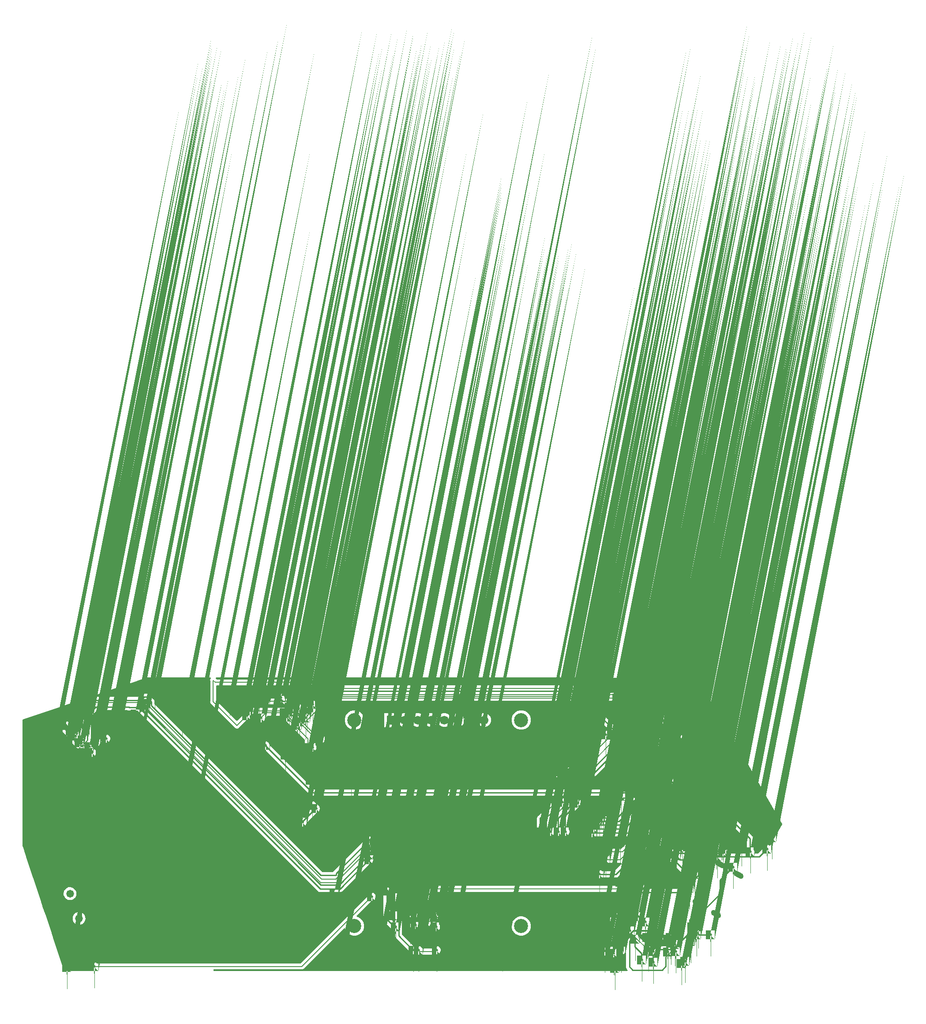
<source format=gbr>
%TF.GenerationSoftware,Flux,Pcbnew,7.0.11-7.0.11~ubuntu20.04.1*%
%TF.CreationDate,2024-08-16T17:16:58+00:00*%
%TF.ProjectId,input,696e7075-742e-46b6-9963-61645f706362,rev?*%
%TF.SameCoordinates,Original*%
%TF.FileFunction,Copper,L2,Bot*%
%TF.FilePolarity,Positive*%
%FSLAX46Y46*%
G04 Gerber Fmt 4.6, Leading zero omitted, Abs format (unit mm)*
G04 Filename: betterflipperzero*
G04 Build it with Flux! Visit our site at: https://www.flux.ai (PCBNEW 7.0.11-7.0.11~ubuntu20.04.1) date 2024-08-16 17:16:58*
%MOMM*%
%LPD*%
G01*
G04 APERTURE LIST*
G04 Aperture macros list*
%AMHorizOval*
0 Thick line with rounded ends*
0 $1 width*
0 $2 $3 position (X,Y) of the first rounded end (center of the circle)*
0 $4 $5 position (X,Y) of the second rounded end (center of the circle)*
0 Add line between two ends*
20,1,$1,$2,$3,$4,$5,0*
0 Add two circle primitives to create the rounded ends*
1,1,$1,$2,$3*
1,1,$1,$4,$5*%
%AMFreePoly0*
4,1,129,0.022069,0.299187,0.036723,0.297744,0.051289,0.295583,0.065730,0.292711,0.080014,0.289133,0.094105,0.284858,0.107969,0.279898,0.121572,0.274263,0.134883,0.267967,0.147869,0.261026,0.160499,0.253456,0.172742,0.245275,0.184569,0.236504,0.195952,0.227163,0.206862,0.217274,0.217274,0.206862,0.227163,0.195952,0.236504,0.184569,0.245275,0.172742,0.253456,0.160499,
0.261026,0.147869,0.267967,0.134883,0.274263,0.121572,0.279898,0.107969,0.284858,0.094105,0.289133,0.080014,0.292711,0.065730,0.295583,0.051289,0.297744,0.036723,0.299187,0.022069,0.299910,0.007362,0.299910,-0.007362,0.299187,-0.022069,0.297744,-0.036723,0.295583,-0.051289,0.292711,-0.065730,0.289133,-0.080014,0.284858,-0.094105,0.279898,-0.107969,0.274263,-0.121572,
0.267967,-0.134883,0.261026,-0.147869,0.253456,-0.160499,0.245275,-0.172742,0.236504,-0.184569,0.227163,-0.195952,0.217274,-0.206862,0.206862,-0.217274,0.195952,-0.227163,0.184569,-0.236504,0.172742,-0.245275,0.160499,-0.253456,0.147869,-0.261026,0.134883,-0.267967,0.121572,-0.274263,0.107969,-0.279898,0.094105,-0.284858,0.080014,-0.289133,0.065730,-0.292711,0.051289,-0.295583,
0.036723,-0.297744,0.022069,-0.299187,0.007362,-0.299910,-0.007362,-0.299910,-0.022069,-0.299187,-0.036723,-0.297744,-0.051289,-0.295583,-0.065730,-0.292711,-0.080014,-0.289133,-0.094105,-0.284858,-0.107969,-0.279898,-0.121572,-0.274263,-0.134883,-0.267967,-0.147869,-0.261026,-0.160499,-0.253456,-0.172742,-0.245275,-0.184569,-0.236504,-0.195952,-0.227163,-0.206862,-0.217274,-0.217274,-0.206862,
-0.227163,-0.195952,-0.236504,-0.184569,-0.245275,-0.172742,-0.253456,-0.160499,-0.261026,-0.147869,-0.267967,-0.134883,-0.274263,-0.121572,-0.279898,-0.107969,-0.284858,-0.094105,-0.289133,-0.080014,-0.292711,-0.065730,-0.295583,-0.051289,-0.297744,-0.036723,-0.299187,-0.022069,-0.299910,-0.007362,-0.299910,0.007362,-0.299187,0.022069,-0.297744,0.036723,-0.295583,0.051289,-0.292711,0.065730,
-0.289133,0.080014,-0.284858,0.094105,-0.279898,0.107969,-0.274263,0.121572,-0.267967,0.134883,-0.261026,0.147869,-0.253456,0.160499,-0.245275,0.172742,-0.236504,0.184569,-0.227163,0.195952,-0.217274,0.206862,-0.206862,0.217274,-0.195952,0.227163,-0.184569,0.236504,-0.172742,0.245275,-0.160499,0.253456,-0.147869,0.261026,-0.134883,0.267967,-0.121572,0.274263,-0.107969,0.279898,
-0.094105,0.284858,-0.080014,0.289133,-0.065730,0.292711,-0.051289,0.295583,-0.036723,0.297744,-0.022069,0.299187,-0.007362,0.299910,0.007362,0.299910,0.022069,0.299187,0.022069,0.299187,$1*%
%AMFreePoly1*
4,1,5,0.850000,-0.850000,-0.850000,-0.850000,-0.850000,0.850000,0.850000,0.850000,0.850000,-0.850000,0.850000,-0.850000,$1*%
G04 Aperture macros list end*
%TA.AperFunction,ComponentPad*%
%ADD10C,1.473200*%
%TD*%
%TA.AperFunction,ComponentPad*%
%ADD11HorizOval,1.050000X-0.454663X0.262500X0.454663X-0.262500X0*%
%TD*%
%TA.AperFunction,ComponentPad*%
%ADD12FreePoly0,0.000000*%
%TD*%
%TA.AperFunction,ComponentPad*%
%ADD13C,1.700000*%
%TD*%
%TA.AperFunction,ComponentPad*%
%ADD14FreePoly1,0.000000*%
%TD*%
%TA.AperFunction,ComponentPad*%
%ADD15C,2.700000*%
%TD*%
%TA.AperFunction,ComponentPad*%
%ADD16C,0.400000*%
%TD*%
%TA.AperFunction,Conductor*%
%ADD17C,0.300000*%
%TD*%
%TA.AperFunction,Conductor*%
%ADD18C,0.150000*%
%TD*%
%TA.AperFunction,Conductor*%
%ADD19C,0.254000*%
%TD*%
G04 APERTURE END LIST*
D10*
%TO.P,,63b0037f-4f66-4768-b2de-fbd4c6ec7e4c__6567e3ba-d922-443a-bbad-ba66a5f5beb2*%
%TO.N,N/C*%
X-67877930Y-7245555D03*
%TO.P,,63b0037f-4f66-4768-b2de-fbd4c6ec7e4c__940075bf-dfc7-4af3-8f61-03630f79ad7a*%
X-67009198Y-9632374D03*
%TO.P,,63b0037f-4f66-4768-b2de-fbd4c6ec7e4c__a4d6decd-cc72-4621-9a62-ecb364dab4b8*%
X-66140465Y-12019193D03*
D11*
%TO.P,,a9728bda-38a0-4284-839c-b054ecb6658e__2326611f-98f6-a130-ac94-da96fde3ec8f*%
X56843000Y-1574574D03*
%TO.P,,a9728bda-38a0-4284-839c-b054ecb6658e__9415c64b-4f59-a6d9-e7ea-dc5b1de656fb*%
X52523018Y-9057044D03*
%TO.P,,a9728bda-38a0-4284-839c-b054ecb6658e__9b3c6dc7-8e8d-43a0-5d61-3a6777006a6c*%
X56143009Y-11147035D03*
%TO.P,,a9728bda-38a0-4284-839c-b054ecb6658e__e8284091-fcc7-bc14-948c-a2f31e589c00*%
X60462991Y-3664565D03*
D12*
%TO.P,,b47b39cd-066e-4d9b-819c-8c99630e36ba__55c7e7af-67a4-4066-a0f7-a2581e1d74bf*%
%TO.N,Net (P1)*%
X-21441616Y9699607D03*
%TO.P,,b47b39cd-066e-4d9b-819c-8c99630e36ba__6940ea2e-3799-43a3-a682-a446a143f7d9*%
X-23284634Y6424438D03*
%TO.P,,b47b39cd-066e-4d9b-819c-8c99630e36ba__de70eb82-9b2e-4f63-b72e-cc61ce8525f8*%
X-20706794Y9064481D03*
D13*
%TO.P,,fde93685-1b47-4d55-9189-6f2810ccf2d7__09777ebb-f9ec-a1d8-aacd-1e03d3e185cb*%
%TO.N,N/C*%
X9062700Y26038200D03*
%TO.P,,fde93685-1b47-4d55-9189-6f2810ccf2d7__17aa498e-7034-989d-93a1-20cf048a9bb7*%
X-1097300Y26038200D03*
D14*
%TO.P,,fde93685-1b47-4d55-9189-6f2810ccf2d7__780a0c78-b655-92b5-eb7b-7bb07a38f6bb*%
X-6177300Y26038200D03*
D13*
%TO.P,,fde93685-1b47-4d55-9189-6f2810ccf2d7__88186ed4-c72e-9151-10db-74afa3b3250f*%
X11602700Y26038200D03*
%TO.P,,fde93685-1b47-4d55-9189-6f2810ccf2d7__a5452cd5-cdfa-37d5-f511-cce953e8887a*%
X-3637300Y26038200D03*
%TO.P,,fde93685-1b47-4d55-9189-6f2810ccf2d7__bf89ace4-a929-4341-2316-5258132c0519*%
X6522700Y26038200D03*
%TO.P,,fde93685-1b47-4d55-9189-6f2810ccf2d7__e1477550-86e3-7622-8486-9d94b12c61a3*%
X3982700Y26038200D03*
%TO.P,,fde93685-1b47-4d55-9189-6f2810ccf2d7__fd60c3f0-3f20-7c4b-71bf-496c76bfff57*%
X1442700Y26038200D03*
D15*
%TO.P,,fde93685-1b47-4d55-9189-6f2810ccf2d7__9b5df1e0-9f2a-899f-2919-7db1566b6d64.mounts.13e7b21decf95421cd3e398441d8b521*%
X-13287300Y26038200D03*
%TO.P,,fde93685-1b47-4d55-9189-6f2810ccf2d7__9b5df1e0-9f2a-899f-2919-7db1566b6d64.mounts.13400cc629a4f6eba2ffef736c215646*%
X18712700Y-13461800D03*
%TO.P,,fde93685-1b47-4d55-9189-6f2810ccf2d7__9b5df1e0-9f2a-899f-2919-7db1566b6d64.mounts.9b67ec2108eab0208d9c6083db633c0f*%
X-13287300Y-13461800D03*
%TO.P,,fde93685-1b47-4d55-9189-6f2810ccf2d7__9b5df1e0-9f2a-899f-2919-7db1566b6d64.mounts.285fa6b931a40c0607ac10948467f53c*%
X18712700Y26038200D03*
D16*
%TO.P,,ff6aa628-a694-44a5-a8a3-0151430d2fb0__ee3a696f-ef70-402c-ab0c-7137ed4eee28.defaultFootprint.mounts.183bc2e5b0fd3164e75ded3f1243107f*%
X51805084Y13290543D03*
%TO.P,,ff6aa628-a694-44a5-a8a3-0151430d2fb0__ee3a696f-ef70-402c-ab0c-7137ed4eee28.defaultFootprint.mounts.9dc978c55082aad2fafacdbd9f5f57bc*%
X50592650Y12590542D03*
%TO.P,,ff6aa628-a694-44a5-a8a3-0151430d2fb0__ee3a696f-ef70-402c-ab0c-7137ed4eee28.defaultFootprint.mounts.a0d68b55a491274f814daab068f0c950*%
X51105083Y14502978D03*
%TO.P,,ff6aa628-a694-44a5-a8a3-0151430d2fb0__ee3a696f-ef70-402c-ab0c-7137ed4eee28.defaultFootprint.mounts.afcd757d940930679b843bc1e4386240*%
X49892648Y13802977D03*
%TO.P,,ff6aa628-a694-44a5-a8a3-0151430d2fb0__ee3a696f-ef70-402c-ab0c-7137ed4eee28.defaultFootprint.mounts.4504ff15bdcf4818a54146cc7a8e9a0d*%
X50405081Y15715413D03*
%TO.P,,ff6aa628-a694-44a5-a8a3-0151430d2fb0__ee3a696f-ef70-402c-ab0c-7137ed4eee28.defaultFootprint.mounts.19f3852e009ba6bfae8a2fce513ef1dd*%
X49192647Y15015411D03*
%TO.P,,ff6aa628-a694-44a5-a8a3-0151430d2fb0__ee3a696f-ef70-402c-ab0c-7137ed4eee28.defaultFootprint.mounts.6d4d26d8edc27532900a7c937b5e863d*%
X52061301Y14246762D03*
%TO.P,,ff6aa628-a694-44a5-a8a3-0151430d2fb0__ee3a696f-ef70-402c-ab0c-7137ed4eee28.defaultFootprint.mounts.f2ecf32f083cf9b5783a264d7a48b752*%
X50848866Y13546760D03*
%TO.P,,ff6aa628-a694-44a5-a8a3-0151430d2fb0__ee3a696f-ef70-402c-ab0c-7137ed4eee28.defaultFootprint.mounts.cf10f8cc0c36fe03b55323802961a88d*%
X49636431Y12846759D03*
%TO.P,,ff6aa628-a694-44a5-a8a3-0151430d2fb0__ee3a696f-ef70-402c-ab0c-7137ed4eee28.defaultFootprint.mounts.52e844226e796b1c42a9f7f1323ab2f7*%
X51361299Y15459196D03*
%TO.P,,ff6aa628-a694-44a5-a8a3-0151430d2fb0__ee3a696f-ef70-402c-ab0c-7137ed4eee28.defaultFootprint.mounts.a17b4eabb5e4ad17dbcba1ef557d9230*%
X48936430Y14059193D03*
%TO.P,,ff6aa628-a694-44a5-a8a3-0151430d2fb0__ee3a696f-ef70-402c-ab0c-7137ed4eee28.defaultFootprint.mounts.fab9ee6953aa1da2d8a8f965443f1f1b*%
X50148865Y14759195D03*
D12*
%TO.P,,09a0e7c6-09e8-4f5f-a168-32f6329de5e8*%
%TO.N,Net 16*%
X34820100Y752000D03*
%TO.P,,a5439476-9567-42e8-a98d-dd1d1b920f5c*%
X-10010600Y-7822900D03*
%TO.P,,bb00ebbc-a39c-4b97-b0b8-16b0d5d33276*%
X-63249400Y-21211500D03*
%TO.P,,fd2d053a-f7ac-4871-8a0d-b5b83115d03c*%
X39690600Y2293800D03*
%TO.P,,207bfe61-dce0-4f39-be21-0d850f98b387*%
%TO.N,Net 10*%
X62644100Y752000D03*
%TO.P,,a650fbb7-4685-45b4-a32a-ea1cce39617a*%
X54068300Y23764000D03*
%TO.P,,1638bd10-5d5f-4506-beb8-c4c1ae55b9f1*%
%TO.N,Net 71*%
X42265200Y7315000D03*
%TO.P,,2209099c-0e5a-4d5b-9cf4-939196e3f585*%
X32244000Y4399700D03*
%TO.P,,404bc3ff-c97f-45e4-a5f3-c2e36dbf2407*%
%TO.N,Net 76*%
X-67877900Y24069200D03*
%TO.P,,5d9eff5d-6cdb-4574-9c31-92dc91ff9587*%
X-66243600Y29373200D03*
%TO.P,,347703a5-faa3-4a19-8658-400d6e74c78d*%
%TO.N,Net 6*%
X-25865600Y28437800D03*
%TO.P,,8766b817-0d94-4bd6-be7a-57be64c73932*%
X45440200Y18264700D03*
%TO.P,,24d149d7-57ad-41a5-82b0-f953ae1209e0*%
%TO.N,Net 62*%
X-1649200Y-11819900D03*
%TO.P,,3be09ced-8b1d-4957-bfe7-cf21072be47b*%
X35662500Y8430600D03*
%TO.P,,b1f48018-bbba-4b06-ac27-e0fd060498ae*%
X-1649300Y-13281200D03*
%TO.P,,f22ec80d-6ed8-4d7e-8ad4-d7de92d393e7*%
X39690600Y11092800D03*
%TO.P,,18d2af54-33b4-45f5-87c2-a97e42e974ba*%
%TO.N,Net 65*%
X33677400Y6628900D03*
%TO.P,,cd64bbf7-7521-47ff-9578-1a4204109cc2*%
X40675400Y9824400D03*
%TO.P,,0c85706e-6f5b-4ace-a825-248c5702f3e0*%
%TO.N,Net 23*%
X56082500Y1537000D03*
%TO.P,,209adb60-70ca-407f-9789-bdfa4b496d77*%
X513300Y-12898100D03*
%TO.P,,89aff26b-4801-44a3-a411-c7bafe8d9179*%
X3890000Y-11489600D03*
%TO.P,,d6ea0405-654b-4f2f-908e-f6052c9960d9*%
X54754900Y1537000D03*
%TO.P,,f24f021c-63fe-4c0d-a090-e2efc6a7078b*%
X513300Y-11819900D03*
%TO.P,,f9926f4d-3eaa-4ac8-b328-7df214e869a9*%
X2338600Y-10656500D03*
%TO.P,,109b85ae-5a53-46c2-ad8a-7b1b822a3cd9*%
%TO.N,Net 58*%
X-26362000Y26580300D03*
%TO.P,,1455aeec-4d60-4a83-ab93-cb5989ee1ac0*%
X-22245000Y20783900D03*
%TO.P,,20ae2f0a-8201-4819-835e-11af35ee14f1*%
X-24097800Y28314700D03*
%TO.P,,62b8ada6-d1ed-4fe0-bf0a-13137be8c887*%
X-30392800Y29614500D03*
%TO.P,,27aa7de7-8d81-4dd5-a01b-553cb046d2d7*%
%TO.N,Net 61*%
X48378700Y12940400D03*
%TO.P,,2d405da3-1a4f-47e2-a130-dc9189ce5603*%
X2338600Y-11819900D03*
%TO.P,,7ba6208f-4c89-40e1-b6af-6eee6e1d4445*%
X54940400Y10614600D03*
%TO.P,,b1b52176-e2d8-4bcd-9a02-740a3a933d32*%
X52411300Y12590500D03*
%TO.P,,bc4632b3-05e1-47be-9f6a-fbd40574d009*%
X2338600Y-13655800D03*
%TO.P,,cc960b0f-1771-47f2-9335-c8f93f98199f*%
X36834700Y12940600D03*
%TO.P,,01173b48-433f-476a-8512-74e8639255fa*%
%TO.N,Net 27*%
X-22680800Y26391700D03*
%TO.P,,1e3a95c6-b6ca-41fb-b598-488343e0906d*%
X-21374200Y29022400D03*
%TO.P,,29738394-fc21-4af3-a422-23968b129d75*%
X-19610900Y30899500D03*
%TO.P,,299a8220-cd96-43c9-b804-11321be162cb*%
X55934200Y8618600D03*
%TO.P,,984e020b-c8eb-4202-ada3-974d2924432e*%
X-26790700Y27458700D03*
%TO.P,,9d14486d-19d5-44bb-8658-f328cde09b27*%
X-31278200Y26391700D03*
%TO.P,,c5a86da6-6979-45c7-91b2-233b6e3c2928*%
X-24299300Y24977600D03*
%TO.P,,0a2693fc-1c4e-4d04-9c60-861da5498412*%
%TO.N,Net 74*%
X-66034900Y26283200D03*
%TO.P,,2ce54d33-e56a-4cf7-9438-9f621af89eab*%
X-65076900Y28049400D03*
%TO.P,,3bc28328-8f8e-4e96-b1a9-37c6719ebfa3*%
%TO.N,Net 78*%
X-65196400Y27158400D03*
%TO.P,,5868d2df-f482-491e-9e66-38ef89955fd2*%
X-65468600Y22151900D03*
%TO.P,,0738602b-b574-424c-b3fc-b56a168cc8e2*%
%TO.N,Net 21*%
X-2033800Y-18080500D03*
%TO.P,,e76a8095-4262-4a3a-9872-474b38287bad*%
X-4804500Y-6323400D03*
%TO.P,,c8d33193-247a-4046-9014-c7198a180ff6*%
%TO.N,Net 73*%
X-67064600Y24204800D03*
%TO.P,,d1e1df38-5a6d-4427-8834-24f4defabdf7*%
X-66243500Y28488800D03*
%TO.P,,87fc061c-74f9-4937-b412-e6bfcb352be4*%
%TO.N,Net 13*%
X50748200Y-5074800D03*
%TO.P,,e8682695-0348-472d-818d-7dad2f3a248a*%
X46453400Y752000D03*
%TO.P,,04735876-aa60-49a8-b3ef-dafb8d97c6dc*%
%TO.N,Net 42*%
X51981500Y-3542800D03*
%TO.P,,547e7e36-499d-4f71-9a58-2572d818a868*%
X53515600Y-3078000D03*
%TO.P,,72b6f340-5f60-41b5-96ac-f3d03c7e8b14*%
%TO.N,Net 72*%
X-62916400Y21697800D03*
%TO.P,,99816819-5a7b-44f3-a660-e0d20957fe1f*%
X-60966200Y22472700D03*
%TO.P,,1fd422f1-5afb-405b-9c25-fb885ba1cce5*%
%TO.N,Net 18*%
X32556900Y5196200D03*
%TO.P,,fcb114d4-3c1e-416c-8a87-1015aa86ab0b*%
X41411300Y8074600D03*
%TO.P,,77028e07-86d5-4c74-86b8-4fccadde9762*%
%TO.N,Net 51*%
X42485100Y-12677400D03*
%TO.P,,8a8af2b2-8879-4748-8847-2b7529634d4f*%
X52625500Y-13650800D03*
%TO.P,,9a0ee4e0-4754-4aaf-bff0-f1295a4e016c*%
X41134600Y-11654800D03*
%TO.P,,9bb1d60f-9d26-468d-805d-ebec73a94ccf*%
X38212400Y-14387700D03*
%TO.P,,a41bcef6-0361-49d1-a9da-00d1fe06c176*%
X38904600Y-11654800D03*
%TO.P,,f469767e-8128-4d27-9fcb-dea7d323cce4*%
X51783800Y-13035700D03*
%TO.P,,5a9c113c-5fad-4d20-ad38-1092a578d5a8*%
%TO.N,Net 67*%
X-1048100Y-18080500D03*
%TO.P,,5cf0ab72-b0e8-468d-bb1b-498fc37da44e*%
X2450800Y-18080500D03*
%TO.P,,87bbf0b2-294f-4ec8-87a5-30d5eadfeee2*%
%TO.N,Net 37*%
X42900200Y4399600D03*
%TO.P,,ff81427f-6938-4db5-b12d-df1d49d8add8*%
X34820100Y-755000D03*
%TO.P,,0442ff68-1001-4515-90e7-06a3bb2211e8*%
%TO.N,Net 15*%
X-2733400Y-12054600D03*
%TO.P,,af7d761e-ee60-42c6-9816-10536eb24066*%
X57911700Y1306800D03*
%TO.P,,cd2aff56-552a-4c00-a823-26f61b872cb8*%
X-2203800Y-10656400D03*
%TO.P,,d0039dc1-28ca-4cba-a84f-90ac8649071e*%
X41957900Y-6323400D03*
%TO.P,,ec1e2995-e400-493b-b83d-c7534b5ac8e9*%
X-2627500Y-12898200D03*
%TO.P,,f4ac26bd-d357-4f15-91a3-4f859b83a5a1*%
X54265600Y3203700D03*
%TO.P,,0264205a-791d-4c03-94b2-af9399f566dc*%
%TO.N,Net 19*%
X42900200Y2488600D03*
%TO.P,,c98ae921-305c-485b-ae1e-21db8f3bbef9*%
X33677400Y-3542800D03*
%TO.P,,307e88f4-dc42-43b6-a702-2edeb4db613b*%
%TO.N,Net 57*%
X-33405100Y27781100D03*
%TO.P,,7989da36-5e86-4160-8c86-af81154e94c0*%
X-18405500Y26391700D03*
%TO.P,,cb6df5cb-6e1d-452c-b854-d627b1a8e27e*%
X-19852000Y22218200D03*
%TO.P,,6775c09e-24aa-4cb4-96bd-0e9dbbb39c8e*%
%TO.N,Net 68*%
X65882100Y1306800D03*
%TO.P,,bca37ccc-f576-4123-bd04-3af01d74a4e4*%
X56268000Y-196400D03*
%TO.P,,aaf50233-7489-4396-80bd-48307b52cbea*%
%TO.N,Net 64*%
X-7086100Y-6795800D03*
%TO.P,,da705816-ed50-4345-ae5b-3f81a8929b4f*%
X-5428200Y-13655800D03*
%TO.P,,a807c128-9795-4d20-8ff9-5f4ebaa75956*%
%TO.N,Net 75*%
X-66481600Y25019000D03*
%TO.P,,fb9c3f76-2ef2-4bff-b14f-54c896d48e43*%
X-66034900Y27766800D03*
%TO.P,,99a22899-0baf-435b-b480-7ce225c449d8*%
%TO.N,Net 12*%
X34327800Y7315000D03*
%TO.P,,ee16f9e1-d42b-47ec-b89a-e792100960ad*%
X40098700Y10260700D03*
%TO.P,,0a2b44d0-4c31-4e17-ac8a-650aab2b7d5e*%
%TO.N,GND*%
X6935900Y29968100D03*
%TO.P,,1c11753f-ba3c-4bc2-be14-7363f8c25c7e*%
X49391700Y-20658400D03*
%TO.P,,48bce387-0c37-4954-a6b6-4bf429cc0ca7*%
X46770300Y-18482000D03*
%TO.P,,5497b025-87f2-4bd4-82bf-cf54279d495f*%
X47263500Y-15662600D03*
%TO.P,,6a2c3106-476c-41b1-8704-f20712b56d6d*%
X7551200Y27698400D03*
%TO.P,,6aa23dd5-b5a5-4b2c-a172-eb0cbc48312c*%
X24964800Y27079700D03*
%TO.P,,7f1e0115-abea-4611-8826-6c1064e935ae*%
X37821500Y11423500D03*
%TO.P,,7f533269-2566-4ae7-9c2f-252f6400a4bb*%
X25763800Y27761800D03*
%TO.P,,a038efce-1679-48d2-9dd2-f55c39d1bf0d*%
X51181200Y-16412600D03*
%TO.P,,a1b2cd5e-ac41-4acb-aaac-2dd1f3635b58*%
X44024200Y-18396100D03*
%TO.P,,b80b3862-2a3c-44e5-8999-8d92642536fd*%
X52265600Y-15108900D03*
%TO.P,,bb25d5dc-cc56-4c14-9856-18a8bdec11ac*%
X42575300Y18264700D03*
%TO.P,,bbfc730c-79c0-46ee-9314-bfb150350888*%
X56267900Y3350600D03*
%TO.P,,c2a06121-aa2e-44ef-a1a9-41b443d0512b*%
X51868600Y11714500D03*
%TO.P,,e0b6dfa5-3b66-4182-83f9-cfb7181fddd4*%
X-8884000Y-17653100D03*
%TO.P,,e6c870e3-3ee4-422e-a94c-332fd1cf1eff*%
X42817200Y-15662600D03*
%TO.P,,f008b36e-c631-4d32-8d68-21d83ef20b9c*%
X50076100Y-20224400D03*
%TO.P,,6d486441-d8c5-414f-bf81-0cfa98cb07fc.via3.7*%
X27750000Y22650000D03*
%TO.P,,6d486441-d8c5-414f-bf81-0cfa98cb07fc.via2.5*%
X-2250000Y7650000D03*
%TO.P,,6d486441-d8c5-414f-bf81-0cfa98cb07fc.via2.4*%
X-17250000Y7650000D03*
%TO.P,,6d486441-d8c5-414f-bf81-0cfa98cb07fc.via2.2*%
X-47250000Y7650000D03*
%TO.P,,6d486441-d8c5-414f-bf81-0cfa98cb07fc.via2.1*%
X-62250000Y7650000D03*
%TO.P,,6d486441-d8c5-414f-bf81-0cfa98cb07fc.via1.4*%
X-17250000Y-7350000D03*
%TO.P,,6d486441-d8c5-414f-bf81-0cfa98cb07fc.via1.2*%
X-47250000Y-7350000D03*
%TO.P,,6196e16c-7979-42d9-ad76-d445ddcc023d*%
%TO.N,Net 60*%
X47612100Y20464400D03*
%TO.P,,8356cf02-b333-4ecf-9e76-3fdb20e3ea38*%
X36633700Y32094000D03*
%TO.P,,a681c5ee-d869-4702-9617-cfb630c6daa8*%
X37059000Y30274800D03*
%TO.P,,fb35e27d-4a78-4c9e-b249-daa247fc444f*%
X-33979700Y26877400D03*
%TO.P,,32ca3a93-bba3-4c95-ab01-a7d48099238a*%
%TO.N,Net 59*%
X-23899800Y25684700D03*
%TO.P,,432c190e-7c6c-4629-a38a-289f299b0d74*%
X-24649800Y30899500D03*
%TO.P,,5c229038-f2dd-401b-b546-b4d1952d9cb2*%
X-21374200Y20783800D03*
%TO.P,,8c6fb8ec-4a97-4d96-9b68-1593b071ff7f*%
X-22461600Y27960600D03*
%TO.P,,9ecb8053-2c34-42dd-aa87-3024201c3ca2*%
X-25865600Y27601100D03*
%TO.P,,0ec2af76-9b66-48f3-a4a8-54f28df96267*%
%TO.N,Net 3*%
X-30392800Y21157500D03*
%TO.P,,1eaf378b-8dbd-49d5-8fd8-018d2d19bfe8*%
X59350200Y-2180600D03*
%TO.P,,297875d3-6ab7-425d-822c-8615cb265d7d*%
X39690600Y14059200D03*
%TO.P,,29ece115-5ec5-4e1a-aa3f-630b2d4a187a*%
X39690600Y12119600D03*
%TO.P,,6cae4a02-7858-4adb-abfa-c0b26730a22e*%
X44024200Y-20353900D03*
%TO.P,,fb6fff71-3ec6-4a7f-8d99-817b3e6bc926*%
X57367800Y495100D03*
%TO.P,,1d9e1414-e1fb-4408-8873-1aea5c839521*%
%TO.N,Net 44*%
X50958500Y-6132300D03*
%TO.P,,56c795dd-ded3-4d13-b249-e762881859f4*%
X39471200Y-14387600D03*
%TO.P,,dbd85782-9d4a-4d35-82c0-c87f9340991b*%
X39471100Y-14387700D03*
%TO.P,,42cda95b-14da-48be-890f-8489d13776ef*%
%TO.N,Net 20*%
X-27484600Y30341100D03*
%TO.P,,5d5dd051-ccc1-4574-aa30-766a32dbaf3d*%
X46933700Y20113400D03*
%TO.P,,bce8f571-2969-44a2-8e6b-e7d608574577*%
X-27484600Y29839900D03*
%TO.P,,d414dfef-8bc4-4ba2-a1da-e591f79817a4*%
X-19610900Y27698300D03*
%TO.P,,d9c929ea-34a2-4451-8b3c-4ed1978d07de*%
X-20020100Y29336000D03*
%TO.P,,e7371f10-f576-454d-a515-931f4f247937*%
X-17535200Y29336000D03*
%TO.P,,0ba9d843-8043-47c1-9b1d-99bc8f3e4457*%
%TO.N,Net 36*%
X33125800Y5935800D03*
%TO.P,,26f2aa59-ac57-46ec-8b49-6b016da470f4*%
X40675400Y9007900D03*
%TO.P,,12e07754-f14d-46d7-a15f-905681d5b5b7*%
%TO.N,Net 77*%
X29536100Y10067000D03*
%TO.P,,3fff2b6b-033d-4edf-90a1-02a1dcd1c0d2*%
X38148800Y21305200D03*
%TO.P,,6a49b871-8b5b-481b-bc09-44de7409ae4a*%
X45743000Y26038200D03*
%TO.P,,82bc34a2-53d0-418d-8a59-93a35e94fb8b*%
X-66034900Y21697800D03*
%TO.P,,b1025a6d-dae5-47dd-9293-a8402c41f395*%
X28208900Y15914700D03*
%TO.P,,b40ca186-10e5-46f4-afa8-69a277239a76*%
X-10498200Y-755300D03*
%TO.P,,bf0eb397-f3b3-40c5-9114-d00cb7dcbd01*%
X-64320600Y27320000D03*
%TO.P,,f4b771db-83cd-4f50-9e91-cf8f109ef2bf*%
X53531600Y19364500D03*
%TO.P,,fab9fb1b-7903-4550-9c21-e9bba4a50dcb*%
X27166000Y4620600D03*
%TO.P,,6e712278-4d87-4aad-b0ad-7e6f324caa9b*%
%TO.N,Net 63*%
X-63696400Y19811800D03*
%TO.P,,b6aad63b-2f7e-43be-a0c7-47b92a9be279*%
X-64320600Y20436000D03*
%TO.P,,0323dc07-2360-4930-84d9-41fb746d41df*%
%TO.N,Net 38*%
X-67596100Y22977800D03*
%TO.P,,f8fb2695-6bea-46c2-a3f6-f58f67aefdeb*%
X-68687500Y25019100D03*
%TO.P,,0bb2d42d-cd1d-4613-8ded-d1548f42c05e*%
%TO.N,Net 39*%
X37608500Y15118100D03*
%TO.P,,3aef87f0-7e20-4b50-877e-3518ec160918*%
X36373800Y-18703000D03*
%TO.P,,53003c4b-45ff-46d7-9773-f4d178b73864*%
X47612100Y30899500D03*
%TO.P,,612118c2-8d54-4ec9-b86e-2c9f77602be6*%
X41779400Y-19976000D03*
%TO.P,,63e7ded5-23ba-4c64-979f-1f87c45521b8*%
X-64196400Y20922800D03*
%TO.P,,a2e25e8b-db38-4693-85f8-e128b4206fee*%
X38904600Y-9610800D03*
%TO.P,,b65aa16b-f548-4922-b1f7-fde41a5b7604*%
X41779400Y-19975700D03*
%TO.P,,cc40ffb8-15a3-4e70-83b8-ee0df5701ffd*%
X-66973200Y22977800D03*
%TO.P,,cfcc94f9-2960-459e-a499-888820702cf8*%
X41779400Y-19975700D03*
%TO.P,,e4262e91-97c3-4149-8109-5f20bcfdb5dc*%
X-20020100Y31577900D03*
%TO.P,,f00835aa-4bee-4063-806c-f1905ca385f0*%
X40533700Y-16011200D03*
%TO.P,,f1697550-c64e-4953-b655-4bebb92cc8c9*%
X38799200Y14675100D03*
%TO.P,,13ed02ec-455c-4228-9391-f37b0673b352*%
%TO.N,Net 52*%
X54995000Y-15108900D03*
%TO.P,,2765ba84-73cf-4e7b-bcce-b3ba41b84a0b*%
X37812400Y-18310700D03*
%TO.P,,3481bf63-ebb2-4752-9003-f489efb7f34d*%
X34703400Y-18310700D03*
%TO.P,,42e6fb36-b780-480a-ad2b-f9716734e04a*%
X47423800Y-16726300D03*
%TO.P,,8fdf950a-6024-4205-b211-1a80856d01a7*%
X35690200Y-18310500D03*
%TO.P,,95f910c8-75bc-4a4d-bc3f-551c1527a05b*%
X37812500Y-18310700D03*
%TO.P,,d602e7bc-ce25-48e9-933c-900972f0a96d*%
X46770300Y-16012600D03*
%TO.P,,d78f01b3-265d-45cb-a132-82fa5d007254*%
X51461500Y-13651000D03*
%TO.P,,efc4761c-483a-4a34-b530-6b625bfd6c42*%
X48124100Y-17040300D03*
%TO.P,,6a511f93-fd61-4c61-8898-c57759339e15*%
%TO.N,Net 5*%
X43031400Y-18063400D03*
%TO.P,,a04df105-bec7-4903-a160-04d1c57021e6*%
X48342100Y-18396100D03*
%TO.P,,87e76f1a-bbef-4d27-a374-b311089021c5*%
%TO.N,Net 14*%
X53265600Y-2314900D03*
%TO.P,,b7399197-4958-4fdd-98c9-2a5ee51927ed*%
X48425000Y-9000D03*
%TO.P,,37537009-a4f8-4931-8f61-1dbcad17454c*%
%TO.N,Net 78*%
X-53570900Y28488800D03*
%TO.P,,9987440b-d09e-4705-a4b2-11d0b259b0c2*%
X-10498200Y153500D03*
%TO.P,,7f876ed4-5d2a-47b2-97f9-f34e285e5e68*%
X25763800Y4620600D03*
%TO.P,,3feda0d1-557f-4bf8-b74f-7f4a8a073275*%
X28838700Y10260700D03*
%TO.P,,4525478f-a874-43e8-a247-0ec28674226d*%
X27166000Y16113900D03*
%TO.P,,08257dea-701b-43da-8fb9-d57a1e543a19*%
X38148800Y22434200D03*
%TO.P,,db9631fe-1936-44d3-8d9b-8d64b84f3657*%
X44805200Y26659300D03*
%TO.P,,1298b030-e4f5-4fb4-8411-830793de793f*%
X53531700Y20464400D03*
%TO.P,,a3e33d1f-d405-4738-a575-6775c32efd51*%
%TO.N,Net 74*%
X-53381400Y29178800D03*
%TO.P,,abf65b13-2daf-4e4c-9a58-b1828460fd2e*%
X-10498200Y1172400D03*
%TO.P,,1e5e4a2c-e2ce-4b4d-90e0-10a488f64d1a*%
X24306600Y4620600D03*
%TO.P,,615d7022-d152-4954-9059-f295dbb20807*%
X27744700Y10260700D03*
%TO.P,,03ffb117-bdec-4e0d-9a56-3a4b3cbaf375*%
X26337700Y16113900D03*
%TO.P,,3f2eca08-7990-43cf-a66d-087ac518702b*%
X36834700Y22434300D03*
%TO.P,,10774c68-c5f2-4fd8-b056-8ebd9583d7e4*%
X44340400Y27166300D03*
%TO.P,,aeb478c1-184b-4b14-9afb-257f777de820*%
X52061300Y22928000D03*
%TO.P,,d3ecdca7-add6-4646-983b-a4f29fee8fa5*%
X56785600Y21030600D03*
%TO.P,,c0eb7347-f173-4086-b3e2-9c79659d0a3f*%
X57420600Y19364600D03*
%TO.P,,7c75814e-2877-432e-9197-48be01a7bf2e*%
%TO.N,Net 75*%
X-10498200Y1880000D03*
%TO.P,,d5a61dac-4fd8-4592-af47-ec8b190b0d5d*%
X23598200Y4620600D03*
%TO.P,,51188210-8f21-44dd-beb8-118ab719e1e9*%
X26586200Y10260700D03*
%TO.P,,c19e5b9f-6d36-4940-8196-c38963d08644*%
X25419700Y15914700D03*
%TO.P,,990d52d3-0b64-4fea-b831-94b99ad87e67*%
X35999000Y23126100D03*
%TO.P,,81a98cab-7d1f-4e32-bdc6-617d5c4fa82b*%
X44170100Y27761800D03*
%TO.P,,c02cb0a4-1612-435a-bba1-8f751c28804d*%
X52061500Y23981300D03*
%TO.P,,963c5e86-b9d2-4e0b-bd57-0c64b95fcb13*%
X55515800Y23126100D03*
%TO.P,,a2b548ff-3dc7-4e8e-bff6-5fcc215f1679*%
X57751100Y18443300D03*
%TO.P,,882d3158-011d-4edf-bd72-0340f1c4bc9b*%
%TO.N,Net 73*%
X-10498200Y2949300D03*
%TO.P,,b272704a-5ddf-4ace-ba12-7e3bf4540687*%
X22313400Y4620800D03*
%TO.P,,4dcddfbc-753c-4f3e-b85e-f90619f16122*%
X25405900Y10260700D03*
%TO.P,,925935f8-07df-47bd-be76-735593dd4685*%
X24306600Y15914700D03*
%TO.P,,37c120b9-2608-4591-97e9-7e8be5340c69*%
X34820100Y23216800D03*
%TO.P,,e7318236-ee91-4310-a64f-76c5133e38e7*%
X43053500Y28313800D03*
%TO.P,,e4789ed9-dfdb-41a4-bfef-9c89ad470255*%
X45440200Y29816900D03*
%TO.P,,6d486441-d8c5-414f-bf81-0cfa98cb07fc.via.island.56*%
%TO.N,GND*%
X48554900Y8694700D03*
%TO.P,,6d486441-d8c5-414f-bf81-0cfa98cb07fc.via.island.55*%
X51868500Y6268500D03*
%TO.P,,6d486441-d8c5-414f-bf81-0cfa98cb07fc.via.island.54*%
X49616100Y1685400D03*
%TO.P,,6d486441-d8c5-414f-bf81-0cfa98cb07fc.via.island.53*%
X54470700Y9340500D03*
%TO.P,,6d486441-d8c5-414f-bf81-0cfa98cb07fc.via.island.52*%
X60956000Y2164300D03*
%TO.P,,6d486441-d8c5-414f-bf81-0cfa98cb07fc.via.island.51*%
X48896500Y17088200D03*
%TO.P,,6d486441-d8c5-414f-bf81-0cfa98cb07fc.via.island.50*%
X59343500Y11936400D03*
%TO.P,,6d486441-d8c5-414f-bf81-0cfa98cb07fc.via.island.49*%
X63555800Y7313000D03*
%TO.P,,6d486441-d8c5-414f-bf81-0cfa98cb07fc.via.island.48*%
X66775400Y3449700D03*
%TO.P,,6d486441-d8c5-414f-bf81-0cfa98cb07fc.via.island.47*%
X-31621500Y30653100D03*
%TO.P,,6d486441-d8c5-414f-bf81-0cfa98cb07fc.via.island.46*%
X-34366600Y30671300D03*
%TO.P,,6d486441-d8c5-414f-bf81-0cfa98cb07fc.via.island.45*%
X-37317400Y31007200D03*
%TO.P,,6d486441-d8c5-414f-bf81-0cfa98cb07fc.via.island.44*%
X53258500Y28388700D03*
%TO.P,,6d486441-d8c5-414f-bf81-0cfa98cb07fc.via.island.43*%
X35953700Y27727800D03*
%TO.P,,6d486441-d8c5-414f-bf81-0cfa98cb07fc.via.island.42*%
X41060300Y29014300D03*
%TO.P,,6d486441-d8c5-414f-bf81-0cfa98cb07fc.via.island.41*%
X43213100Y21081500D03*
%TO.P,,6d486441-d8c5-414f-bf81-0cfa98cb07fc.via.island.40*%
X45916900Y23815400D03*
%TO.P,,6d486441-d8c5-414f-bf81-0cfa98cb07fc.via.island.39*%
X48858300Y22274300D03*
%TO.P,,6d486441-d8c5-414f-bf81-0cfa98cb07fc.via.island.38*%
X49034500Y29966500D03*
%TO.P,,6d486441-d8c5-414f-bf81-0cfa98cb07fc.via.island.37*%
X-28680000Y31325700D03*
%TO.P,,6d486441-d8c5-414f-bf81-0cfa98cb07fc.via.island.36*%
X46429000Y28892300D03*
%TO.P,,6d486441-d8c5-414f-bf81-0cfa98cb07fc.via.island.35*%
X50931700Y-2149000D03*
%TO.P,,6d486441-d8c5-414f-bf81-0cfa98cb07fc.via.island.34*%
X-72394100Y15684400D03*
%TO.P,,6d486441-d8c5-414f-bf81-0cfa98cb07fc.via.island.33*%
X-5524300Y17614700D03*
%TO.P,,6d486441-d8c5-414f-bf81-0cfa98cb07fc.via.island.32*%
X15050300Y-18063900D03*
%TO.P,,6d486441-d8c5-414f-bf81-0cfa98cb07fc.via.island.31*%
X-46428200Y26882800D03*
%TO.P,,6d486441-d8c5-414f-bf81-0cfa98cb07fc.via.island.30*%
X28781000Y-452400D03*
%TO.P,,6d486441-d8c5-414f-bf81-0cfa98cb07fc.via.island.29*%
X-14038300Y15243300D03*
%TO.P,,6d486441-d8c5-414f-bf81-0cfa98cb07fc.via.island.28*%
X-51701700Y32404600D03*
%TO.P,,6d486441-d8c5-414f-bf81-0cfa98cb07fc.via.island.27*%
X43725600Y-1108500D03*
%TO.P,,6d486441-d8c5-414f-bf81-0cfa98cb07fc.via.island.26*%
X5523500Y-14402400D03*
%TO.P,,6d486441-d8c5-414f-bf81-0cfa98cb07fc.via.island.25*%
X37028400Y-8777400D03*
%TO.P,,6d486441-d8c5-414f-bf81-0cfa98cb07fc.via.island.24*%
X-9052700Y-5418000D03*
%TO.P,,6d486441-d8c5-414f-bf81-0cfa98cb07fc.via.island.23*%
X-15408200Y-16037100D03*
%TO.P,,6d486441-d8c5-414f-bf81-0cfa98cb07fc.via.island.22*%
X-9761500Y-10390500D03*
%TO.P,,6d486441-d8c5-414f-bf81-0cfa98cb07fc.via.island.21*%
X-5108200Y280700D03*
%TO.P,,6d486441-d8c5-414f-bf81-0cfa98cb07fc.via.island.20*%
X33011900Y-17403700D03*
%TO.P,,6d486441-d8c5-414f-bf81-0cfa98cb07fc.via.island.19*%
X37273100Y17942100D03*
%TO.P,,6d486441-d8c5-414f-bf81-0cfa98cb07fc.via.island.18*%
X-21772400Y14447800D03*
%TO.P,,6d486441-d8c5-414f-bf81-0cfa98cb07fc.via.island.17*%
X29638900Y7772300D03*
%TO.P,,6d486441-d8c5-414f-bf81-0cfa98cb07fc.via.island.16*%
X-33511300Y23643000D03*
%TO.P,,6d486441-d8c5-414f-bf81-0cfa98cb07fc.via.island.15*%
X-68888200Y22205600D03*
%TO.P,,6d486441-d8c5-414f-bf81-0cfa98cb07fc.via.island.14*%
X-59634100Y25766900D03*
%TO.P,,6d486441-d8c5-414f-bf81-0cfa98cb07fc.via.island.13*%
X-26609600Y19321900D03*
%TO.P,,6d486441-d8c5-414f-bf81-0cfa98cb07fc.via.island.12*%
X35599500Y15328400D03*
%TO.P,,6d486441-d8c5-414f-bf81-0cfa98cb07fc.via.island.11*%
X34185000Y2921800D03*
%TO.P,,6d486441-d8c5-414f-bf81-0cfa98cb07fc.via.island.10*%
X-1356000Y22843900D03*
%TO.P,,6d486441-d8c5-414f-bf81-0cfa98cb07fc.via.island.9*%
X37630500Y2550000D03*
%TO.P,,6d486441-d8c5-414f-bf81-0cfa98cb07fc.via.island.8*%
X49349800Y-4194500D03*
%TO.P,,6d486441-d8c5-414f-bf81-0cfa98cb07fc.via.island.7*%
X-68515100Y-21415200D03*
%TO.P,,6d486441-d8c5-414f-bf81-0cfa98cb07fc.via.island.6*%
X36623500Y-21565500D03*
%TO.P,,6d486441-d8c5-414f-bf81-0cfa98cb07fc.via.island.5*%
X37630500Y-5100500D03*
%TO.P,,6d486441-d8c5-414f-bf81-0cfa98cb07fc.via.island.4*%
X-55422200Y27150000D03*
%TO.P,,6d486441-d8c5-414f-bf81-0cfa98cb07fc.via.island.3*%
X21381700Y2006300D03*
%TO.P,,6d486441-d8c5-414f-bf81-0cfa98cb07fc.via.island.2*%
X3020400Y-9601200D03*
%TO.P,,6d486441-d8c5-414f-bf81-0cfa98cb07fc.via.island.1*%
X-2179100Y-8435900D03*
%TO.P,,6d486441-d8c5-414f-bf81-0cfa98cb07fc.via.island.0*%
X-5945000Y-11521500D03*
%TD*%
D17*
%TO.N,Net (P1)*%
X-23284634Y6424438D02*
X-23284917Y6424438D01*
X-21441616Y9699607D02*
X-21441899Y9699607D01*
X-20657933Y9072046D02*
X-20664155Y9065824D01*
X-23284634Y6424438D02*
X-23284917Y6424438D01*
X-20664155Y9065824D02*
X-20696399Y9065824D01*
X-20705450Y9065824D02*
X-20696399Y9065824D01*
X-23294322Y6435681D02*
X-20657933Y9072046D01*
X-21441616Y9699607D02*
X-21441899Y9699607D01*
X-21489629Y9729094D02*
X-21489912Y9729094D01*
X-21489629Y9729094D02*
X-21489912Y9729094D01*
X-20706794Y9064481D02*
X-20705521Y9065753D01*
D18*
%TO.N,Net 16*%
X38148800Y752000D02*
X39690600Y2293800D01*
X-23399200Y-21211500D02*
X-10010600Y-7822900D01*
X34820100Y752000D02*
X38148800Y752000D01*
X-63249400Y-21211500D02*
X-23399200Y-21211500D01*
D19*
%TO.N,Net 10*%
X62644100Y752000D02*
X62644100Y3324600D01*
X56268000Y21564200D02*
X54068200Y23764000D01*
X62644000Y3324500D02*
X56268000Y9700500D01*
X56268000Y9700600D02*
X56268000Y21564200D01*
X54068300Y23764000D02*
X54068500Y23764200D01*
%TO.N,Net 71*%
X39349800Y4399600D02*
X42265200Y7315000D01*
X32244000Y4399700D02*
X39349800Y4399700D01*
X42265200Y7315000D02*
X42265400Y7315200D01*
D18*
%TO.N,Net 76*%
X-67877900Y24069200D02*
X-67877900Y24840400D01*
X-67064600Y25653800D02*
X-67064600Y28552200D01*
X-67877800Y24840500D02*
X-67064600Y25653700D01*
X-67064600Y28552200D02*
X-66243600Y29373200D01*
%TO.N,Net 6*%
X-23949200Y26877400D02*
X-24305200Y26877400D01*
X-18090600Y30274900D02*
X-22680800Y25684700D01*
D19*
X44635000Y18264800D02*
X43535200Y19364600D01*
X45440200Y18264700D02*
X44635000Y18264700D01*
D18*
X-22680800Y25684700D02*
X-22756400Y25684700D01*
D19*
X43535200Y19364600D02*
X41275000Y19364600D01*
X41274900Y19364600D02*
X30364700Y30274800D01*
D18*
X-24305200Y26877400D02*
X-25865600Y28437800D01*
X-22756400Y25684700D02*
X-23949200Y26877500D01*
X30364700Y30274800D02*
X-18090700Y30274800D01*
D19*
%TO.N,Net 62*%
X39690600Y11092800D02*
X38324600Y11092800D01*
X35662400Y8430600D02*
X35662600Y8430800D01*
X38324700Y11092800D02*
X35662500Y8430600D01*
X-1649100Y-11819900D02*
X-1649300Y-13281300D01*
%TO.N,Net 65*%
X37479800Y6628900D02*
X40675400Y9824500D01*
X33677400Y6628900D02*
X37479800Y6628900D01*
%TO.N,Net 23*%
X513300Y-11819900D02*
X513300Y-12898100D01*
X56082500Y1537000D02*
X54754900Y1537000D01*
X3890000Y-11489600D02*
X3171600Y-11489600D01*
X3171600Y-11489500D02*
X2338600Y-10656500D01*
D18*
%TO.N,Net 58*%
X-22245000Y20783900D02*
X-22245000Y22463300D01*
X-25397600Y29614500D02*
X-24097800Y28314700D01*
X-22245000Y22463300D02*
X-26362000Y26580300D01*
X-30392800Y29614500D02*
X-25397600Y29614500D01*
D19*
%TO.N,Net 61*%
X54387300Y10614500D02*
X52411300Y12590500D01*
X54940400Y10614600D02*
X54387200Y10614600D01*
X2338600Y-11819800D02*
X2338600Y-13655800D01*
X39351700Y18712700D02*
X39351700Y17532500D01*
X48378700Y13387500D02*
X43053500Y18712700D01*
X48378700Y12940400D02*
X48378700Y13387600D01*
X39351700Y17532400D02*
X36834700Y15015400D01*
X36834700Y15015400D02*
X36834700Y12940600D01*
X43053500Y18712700D02*
X39351700Y18712700D01*
D18*
%TO.N,Net 27*%
X-24299300Y24977500D02*
X-26780500Y27458700D01*
X52523000Y24486600D02*
X52523000Y22357400D01*
X-21374200Y27698300D02*
X-22680800Y26391700D01*
X-26780500Y27458700D02*
X-26790700Y27458700D01*
X52523000Y22357400D02*
X55515800Y19364600D01*
X55515800Y9037000D02*
X55934200Y8618600D01*
X55515800Y19364600D02*
X55515800Y9037000D01*
X-19610900Y30899500D02*
X46110100Y30899500D01*
X-26790700Y27458700D02*
X-30211100Y27458700D01*
X46110200Y30899500D02*
X52523000Y24486700D01*
X-30211200Y27458700D02*
X-31278200Y26391700D01*
X-21374200Y29022400D02*
X-21374200Y27698400D01*
%TO.N,Net 74*%
X-66034900Y27091400D02*
X-65076900Y28049400D01*
X-66034900Y26283200D02*
X-66034900Y27091400D01*
%TO.N,Net 78*%
X-65196400Y27158300D02*
X-65196200Y27158500D01*
X-65468600Y26886200D02*
X-65196400Y27158400D01*
X-65468600Y22152000D02*
X-65468600Y26886200D01*
D19*
%TO.N,Net 21*%
X-4804500Y-6323400D02*
X-4804500Y-15309800D01*
X-4804500Y-15309900D02*
X-2033900Y-18080500D01*
D18*
%TO.N,Net 73*%
X-67064600Y25013800D02*
X-67064600Y25202600D01*
X-66682900Y28049400D02*
X-66243500Y28488800D01*
X-67064600Y24204800D02*
X-67064600Y25013800D01*
X-67064600Y25202600D02*
X-66739400Y25527800D01*
X-66682800Y27966400D02*
X-66682800Y28049400D01*
X-66739400Y25527800D02*
X-66739400Y27909800D01*
X-66739400Y27909800D02*
X-66682800Y27966400D01*
D19*
%TO.N,Net 13*%
X50748200Y-5074800D02*
X50748200Y-3542800D01*
X50748200Y-3542800D02*
X46453400Y752000D01*
%TO.N,Net 42*%
X53368500Y-3078000D02*
X52281100Y-4165400D01*
X52281100Y-4165400D02*
X52281100Y-3842400D01*
X53515600Y-3078000D02*
X53368600Y-3078000D01*
X52281100Y-3842400D02*
X51981500Y-3542800D01*
D18*
%TO.N,Net 72*%
X-60966300Y22472700D02*
X-62141500Y22472700D01*
X-62141600Y22472700D02*
X-62916400Y21697900D01*
D19*
%TO.N,Net 18*%
X38532900Y5196200D02*
X41411300Y8074600D01*
X32556900Y5196200D02*
X38532900Y5196200D01*
%TO.N,Net 51*%
X52399000Y-13650800D02*
X51783800Y-13035600D01*
X38212400Y-14387700D02*
X38212400Y-12347100D01*
X52625500Y-13650800D02*
X52398900Y-13650800D01*
X41134600Y-11654800D02*
X41462400Y-11654800D01*
X38212400Y-12347000D02*
X38904600Y-11654800D01*
X41462500Y-11654800D02*
X42485100Y-12677400D01*
D18*
%TO.N,Net 67*%
X2450800Y-18080500D02*
X2240400Y-18080500D01*
X2240400Y-18080500D02*
X1963200Y-18357700D01*
X-770900Y-18357700D02*
X-1048100Y-18080500D01*
X1963200Y-18357600D02*
X-771000Y-18357600D01*
%TO.N,Net 37*%
X34820100Y-755000D02*
X37745700Y-755000D01*
X37745600Y-755000D02*
X42900200Y4399600D01*
%TO.N,Net 15*%
X-2733400Y-12792200D02*
X-2627400Y-12898200D01*
X41957900Y-6323400D02*
X2129100Y-6323400D01*
X54729000Y2740300D02*
X54265600Y3203700D01*
X56478100Y2740300D02*
X54728900Y2740300D01*
X-2733400Y-12054600D02*
X-2733400Y-12792200D01*
X57911700Y1306800D02*
X56478100Y2740400D01*
X2129200Y-6323400D02*
X-2203800Y-10656400D01*
D19*
%TO.N,Net 19*%
X33677400Y-3542800D02*
X36868800Y-3542800D01*
X36868800Y-3542800D02*
X42900200Y2488600D01*
D18*
%TO.N,Net 57*%
X-19852100Y22218100D02*
X-19851900Y22218300D01*
X-25415000Y27781100D02*
X-19852000Y22218100D01*
X-33405000Y27781100D02*
X-25415000Y27781100D01*
X-18405500Y26391700D02*
X-18405500Y23664700D01*
X-18405600Y23664600D02*
X-19852000Y22218200D01*
D19*
%TO.N,Net 68*%
X56267900Y-196400D02*
X64378900Y-196400D01*
X64378900Y-196400D02*
X65882100Y1306800D01*
%TO.N,Net 64*%
X-5428200Y-13811800D02*
X-5428200Y-13655800D01*
X-7086100Y-12153900D02*
X-5428200Y-13811700D01*
X-7086100Y-6795800D02*
X-7086100Y-12153800D01*
D18*
%TO.N,Net 75*%
X-66481600Y27320000D02*
X-66034800Y27766800D01*
X-66481600Y25019000D02*
X-66481600Y27320000D01*
D19*
%TO.N,Net 12*%
X34327800Y7315000D02*
X37153000Y7315000D01*
X37153100Y7315000D02*
X40098700Y10260600D01*
%TO.N,GND*%
X47612100Y-16011200D02*
X47263500Y-15662600D01*
X56267900Y7315100D02*
X51868500Y11714500D01*
X49642100Y-20658400D02*
X50076100Y-20224400D01*
X42817200Y-17162400D02*
X42817200Y-15662600D01*
X47612100Y-16162600D02*
X47612100Y-16011200D01*
X46770300Y-17004400D02*
X47612100Y-16162600D01*
D18*
X6935900Y29968100D02*
X6935900Y28313700D01*
D19*
X44024200Y-18369400D02*
X42817200Y-17162400D01*
X49391700Y-20658400D02*
X49642100Y-20658400D01*
X24964800Y27079700D02*
X25081600Y27079700D01*
X44024200Y-18396100D02*
X44024200Y-18369300D01*
X52265600Y-15328200D02*
X51181200Y-16412600D01*
X-13287300Y11210400D02*
X37608500Y11210400D01*
X56267900Y7315100D02*
X53524900Y7315100D01*
D18*
X6935900Y28313800D02*
X7551300Y27698400D01*
D19*
X37608500Y11210400D02*
X37821600Y11423500D01*
X52265600Y-15108900D02*
X52265600Y-15328100D01*
X56267900Y3350500D02*
X56267900Y7315100D01*
X-8884100Y6807200D02*
X-13287300Y11210400D01*
X53524900Y7315100D02*
X42575300Y18264700D01*
X-8884000Y-17653100D02*
X-8884000Y6807100D01*
X46770300Y-18482000D02*
X46770300Y-17004400D01*
X25081700Y27079700D02*
X25763800Y27761800D01*
X51868600Y11714400D02*
X51868800Y11714600D01*
D18*
%TO.N,Net 60*%
X36633700Y32094000D02*
X-17241900Y32094000D01*
D19*
X46869400Y20464400D02*
X37059000Y30274800D01*
D18*
X-35830200Y24977500D02*
X-35830200Y25026900D01*
X-35830200Y25027000D02*
X-33979800Y26877400D01*
X-18405600Y33257700D02*
X-39974400Y33257700D01*
D19*
X47612100Y20464400D02*
X46869500Y20464400D01*
D18*
X-40381700Y33665100D02*
X-40381700Y29529100D01*
X-40381800Y29529100D02*
X-35830200Y24977500D01*
X-39974300Y33257700D02*
X-40381700Y33665100D01*
X-17241800Y32093900D02*
X-18405600Y33257700D01*
%TO.N,Net 59*%
X-23165500Y26391700D02*
X-23165300Y26391900D01*
X-21374200Y20783800D02*
X-21374200Y23159200D01*
X-24649800Y30148700D02*
X-22461600Y27960500D01*
X-23165500Y26391700D02*
X-23165300Y26391900D01*
X-24649800Y30899500D02*
X-24649800Y30148700D01*
X-21374200Y23159100D02*
X-23899800Y25684700D01*
X-23949100Y25684700D02*
X-25865500Y27601100D01*
X-23899800Y25684700D02*
X-23949200Y25684700D01*
D19*
%TO.N,Net 3*%
X54015600Y-10180100D02*
X56843000Y-7352700D01*
X39690600Y12119600D02*
X-21354800Y12119600D01*
X47612100Y-17445400D02*
X48342100Y-17445400D01*
X-21354800Y12119600D02*
X-30392800Y21157600D01*
X50958500Y-14829000D02*
X50958500Y-13302800D01*
X45170900Y-17979000D02*
X47612100Y-17979000D01*
X48342100Y-17445400D02*
X50958500Y-14829000D01*
X54015600Y-10245700D02*
X54015600Y-10180100D01*
X57367900Y495100D02*
X47690500Y495100D01*
X44024200Y-20353900D02*
X44024200Y-19125700D01*
X41630200Y10614600D02*
X41630200Y12119600D01*
X47690500Y495100D02*
X44170100Y4015500D01*
X56843000Y-4687800D02*
X59350200Y-2180600D01*
X44170200Y4015400D02*
X44170200Y8074600D01*
X44170200Y8074600D02*
X41630200Y10614600D01*
X50958500Y-13302800D02*
X54015500Y-10245800D01*
X56843000Y-7352800D02*
X56843000Y-4687800D01*
X44024200Y-19125600D02*
X45170800Y-17979000D01*
X41630200Y12119600D02*
X39690600Y14059200D01*
X47612100Y-17979000D02*
X47612100Y-17445400D01*
%TO.N,Net 44*%
X39471200Y-14387600D02*
X39471200Y-8964200D01*
X41455300Y-6980100D02*
X50110700Y-6980100D01*
X50110700Y-6980100D02*
X50958500Y-6132300D01*
X39471200Y-8964200D02*
X41455400Y-6980000D01*
D18*
%TO.N,Net 20*%
X-27484600Y30341100D02*
X-27484600Y29839900D01*
X46933700Y20113400D02*
X46534900Y20113400D01*
X-19610900Y27698300D02*
X-19172900Y27698300D01*
X36373500Y30274800D02*
X30924900Y30274800D01*
X30605800Y30593900D02*
X-18762200Y30593900D01*
X-19172800Y27698300D02*
X-17535200Y29336000D01*
X30925000Y30274800D02*
X30605800Y30594000D01*
X-18762100Y30594000D02*
X-20020100Y29336000D01*
X46534800Y20113400D02*
X36373400Y30274800D01*
X-27484600Y29839800D02*
X-27484400Y29840000D01*
D19*
%TO.N,Net 36*%
X38324600Y6628900D02*
X38324600Y6657100D01*
X33125800Y5935800D02*
X37631400Y5935800D01*
X38324600Y6657100D02*
X40675400Y9007900D01*
X37631400Y5935700D02*
X38324600Y6628900D01*
%TO.N,Net 77*%
X-56530500Y28488800D02*
X-54664300Y28488800D01*
D18*
X-64479600Y27161000D02*
X-64320600Y27320000D01*
X-64933700Y21697800D02*
X-64479700Y22151800D01*
D19*
X-56593800Y28552200D02*
X-56530400Y28488800D01*
D18*
X-64479600Y22151800D02*
X-64479600Y27160900D01*
D19*
X-54664300Y28488800D02*
X-19852100Y-6323400D01*
X-16066200Y-6323400D02*
X-10498200Y-755400D01*
X32758300Y15914700D02*
X38148900Y21305200D01*
X-62916400Y28552200D02*
X-56593800Y28552200D01*
X-64320600Y27320000D02*
X-64148600Y27320000D01*
D18*
X-66034900Y21697800D02*
X-64933700Y21697800D01*
D19*
X27166000Y7697000D02*
X29536000Y10067000D01*
X-64148600Y27320000D02*
X-62916400Y28552200D01*
X28208900Y15914700D02*
X32758300Y15914700D01*
X45743000Y26038200D02*
X46858000Y26038200D01*
X-19852100Y-6323400D02*
X-16066300Y-6323400D01*
X46857900Y26038200D02*
X53531700Y19364500D01*
X27166000Y4620600D02*
X27166000Y7696900D01*
%TO.N,Net 63*%
X-63696400Y19811800D02*
X-64320600Y20436000D01*
%TO.N,Net 38*%
X-68687500Y25019000D02*
X-68687500Y24069200D01*
X-68687500Y24069200D02*
X-67596100Y22977800D01*
D18*
%TO.N,Net 39*%
X-64479600Y21206000D02*
X-64196400Y20922800D01*
D19*
X41779400Y-19975700D02*
X41779400Y-18691100D01*
D18*
X-66973200Y21917000D02*
X-66262200Y21206000D01*
D19*
X46933700Y31577900D02*
X47612100Y30899500D01*
D18*
X-66973200Y22977800D02*
X-66973200Y21917000D01*
D19*
X36373800Y-18703000D02*
X36373800Y-12141600D01*
X-20020100Y31577900D02*
X46933700Y31577900D01*
X41779300Y-18691000D02*
X40533700Y-17445400D01*
X36373800Y-12141600D02*
X38904600Y-9610800D01*
X37608500Y15118100D02*
X38356100Y15118100D01*
X40533700Y-17445400D02*
X40533700Y-16162600D01*
D18*
X-66262200Y21206000D02*
X-64479600Y21206000D01*
D19*
X38356200Y15118100D02*
X38799200Y14675100D01*
%TO.N,Net 52*%
X34703400Y-18310500D02*
X34703600Y-18310300D01*
D17*
X37812500Y-18310700D02*
X37812500Y-17204900D01*
X39471400Y-15167900D02*
X40251600Y-14387700D01*
D19*
X51461400Y-13651000D02*
X51461600Y-13650800D01*
D17*
X45145300Y-14387700D02*
X46770300Y-16012700D01*
X39471400Y-15546000D02*
X39471400Y-15167800D01*
D19*
X37812500Y-18310700D02*
X37812700Y-18310500D01*
X54995100Y-15108900D02*
X52919300Y-15108900D01*
D17*
X37812400Y-17205000D02*
X39471400Y-15546000D01*
X40251600Y-14387700D02*
X45145400Y-14387700D01*
D18*
X47737800Y-17040300D02*
X47423800Y-16726300D01*
D19*
X52919300Y-15108800D02*
X51461500Y-13651000D01*
D18*
X48124100Y-17040300D02*
X47737900Y-17040300D01*
D19*
X35690200Y-18310500D02*
X34703400Y-18310500D01*
%TO.N,Net 5*%
X40112800Y-21915100D02*
X39471400Y-21273700D01*
X45743000Y-21915100D02*
X40112800Y-21915100D01*
D18*
X40533700Y-15294000D02*
X40533700Y-15565800D01*
D19*
X39471400Y-21273800D02*
X39471400Y-16356200D01*
X39471400Y-16356200D02*
X40533600Y-15294000D01*
D18*
X40533700Y-15565800D02*
X43031300Y-18063400D01*
X48342100Y-18396100D02*
X47540700Y-18396100D01*
X47540700Y-18396100D02*
X46461900Y-19474900D01*
D19*
X46461900Y-19475000D02*
X46461900Y-21196200D01*
X46462000Y-21196200D02*
X45743000Y-21915100D01*
%TO.N,Net 14*%
X49171000Y-755000D02*
X48425000Y-9000D01*
X53016100Y-2314900D02*
X51456100Y-754900D01*
X53265600Y-2314900D02*
X53016000Y-2314900D01*
X51456100Y-755000D02*
X49170900Y-755000D01*
%TO.N,Net 78*%
X-53570900Y28488800D02*
X-53570900Y28256200D01*
X-53570900Y28256200D02*
X-19758300Y-5556400D01*
X-19758300Y-5556400D02*
X-16170100Y-5556400D01*
X-16170100Y-5556400D02*
X-16066300Y-5452600D01*
X-16066300Y-5452600D02*
X-16066300Y-5414600D01*
X-16066300Y-5414600D02*
X-10498200Y153500D01*
X25763800Y4620600D02*
X25763800Y7185800D01*
X25763800Y7185700D02*
X28838800Y10260700D01*
X27166000Y16113900D02*
X27591700Y16113900D01*
X27591700Y16113900D02*
X28208900Y16731100D01*
X28208900Y16731100D02*
X32445700Y16731100D01*
X32445700Y16731100D02*
X38148800Y22434300D01*
X44805200Y26659300D02*
X47336800Y26659300D01*
X47336700Y26659300D02*
X53531700Y20464300D01*
D18*
%TO.N,Net 74*%
X-53381400Y29178900D02*
X-53381400Y28495100D01*
X-53381300Y28495000D02*
X-19758300Y-5128000D01*
X-19758300Y-5128000D02*
X-16793100Y-5128000D01*
X-16793100Y-5128000D02*
X-16170100Y-4505000D01*
X-16170100Y-4505000D02*
X-16170100Y-4499600D01*
X-16170000Y-4499500D02*
X-10498200Y1172300D01*
X24306600Y4620600D02*
X24306600Y6822600D01*
X24306600Y6822700D02*
X27744600Y10260700D01*
X26337700Y16113900D02*
X26337700Y16153300D01*
X26337700Y16153300D02*
X26915500Y16731100D01*
X26915600Y16731100D02*
X27481600Y16731100D01*
X27481500Y16731100D02*
X27868700Y17118300D01*
X27868700Y17118200D02*
X31518700Y17118200D01*
X31518700Y17118300D02*
X36834700Y22434300D01*
X44340400Y27166300D02*
X47679200Y27166300D01*
X47679100Y27166300D02*
X49774300Y25071100D01*
X49774300Y25071200D02*
X49918100Y25071200D01*
X49918100Y25071200D02*
X52061300Y22928000D01*
X52061300Y22928000D02*
X52061500Y22928200D01*
X56785600Y21030600D02*
X56785600Y19999600D01*
X56785600Y19999600D02*
X57420600Y19364600D01*
%TO.N,Net 75*%
X-66034800Y27766800D02*
X-66034800Y27818000D01*
X-66034800Y27818000D02*
X-64479600Y29373200D01*
X-64479600Y29373200D02*
X-54024000Y29373200D01*
X-54024000Y29373200D02*
X-54024000Y29437600D01*
X-54023900Y29437700D02*
X-53634300Y29827300D01*
X-53634300Y29827300D02*
X-53268100Y29827300D01*
X-53268100Y29827400D02*
X-52813900Y29373200D01*
X-52813900Y29373200D02*
X-52813900Y28751000D01*
X-52814000Y28751000D02*
X-19558000Y-4505000D01*
X-19558100Y-4505000D02*
X-16793100Y-4505000D01*
X-16793100Y-4505000D02*
X-16793100Y-4414900D01*
X-16793100Y-4414900D02*
X-10498200Y1880000D01*
X23598200Y4620600D02*
X23598200Y7272800D01*
X23598200Y7272700D02*
X26586200Y10260700D01*
X25419700Y15914700D02*
X25419700Y16165100D01*
X25419800Y16165200D02*
X27166000Y17911400D01*
X27166000Y17911400D02*
X30784200Y17911400D01*
X30784200Y17911400D02*
X35998900Y23126100D01*
X44170100Y27761800D02*
X48281000Y27761800D01*
X48281000Y27761800D02*
X52061600Y23981200D01*
X55515800Y23126100D02*
X55515800Y22834100D01*
X55515800Y22834000D02*
X56785600Y21564200D01*
X56785600Y21564200D02*
X57124600Y21225200D01*
X57124600Y21225300D02*
X57124600Y20409500D01*
X57124500Y20409600D02*
X57420700Y20113400D01*
X57420700Y20113400D02*
X58242300Y19291800D01*
X58242400Y19291700D02*
X58242400Y18934700D01*
X58242400Y18934700D02*
X57751000Y18443300D01*
D19*
%TO.N,Net 73*%
X-66243500Y28488700D02*
X-66243500Y29437700D01*
X-66243500Y29437700D02*
X-65323300Y29437700D01*
X-65323300Y29437800D02*
X-64933700Y29827400D01*
X-64933700Y29827400D02*
X-54275700Y29827400D01*
X-54275700Y29827400D02*
X-53634300Y30468800D01*
X-53634300Y30468900D02*
X-53168700Y30468900D01*
X-53168800Y30468900D02*
X-52260200Y29560300D01*
X-52260200Y29560300D02*
X-52260200Y28803500D01*
X-52260100Y28803500D02*
X-51951700Y28495100D01*
X-51951700Y28495100D02*
X-19736100Y-3720500D01*
X-19736200Y-3720400D02*
X-16823400Y-3720400D01*
X-16823500Y-3720500D02*
X-16793100Y-3690100D01*
X-16793100Y-3690100D02*
X-16793100Y-3345700D01*
X-16793100Y-3345600D02*
X-10498300Y2949300D01*
D18*
X22313400Y4620800D02*
X22313400Y7168200D01*
X22313500Y7168300D02*
X25405900Y10260700D01*
X24306600Y15914700D02*
X24368000Y15914700D01*
X24368000Y15914700D02*
X27166000Y18712700D01*
X27166000Y18712700D02*
X30316000Y18712700D01*
X30316000Y18712700D02*
X34820100Y23216800D01*
X43053500Y28313800D02*
X43937100Y28313800D01*
X43937200Y28313800D02*
X45440200Y29816800D01*
%TD*%
%TA.AperFunction,Conductor*%
%TO.N,GND*%
G36*
X47598000Y28337000D02*
G01*
X45035000Y28337000D01*
X44958000Y28522000D01*
X45432000Y28996000D01*
X45487000Y29019000D01*
X45544000Y29019000D01*
X45751000Y29076000D01*
X45750000Y29076000D01*
X45930000Y29179000D01*
X46077000Y29326000D01*
X46180000Y29504000D01*
X46247000Y29740000D01*
X46413000Y29784000D01*
X47675000Y28522000D01*
X47598000Y28337000D01*
G37*
%TD.AperFunction*%
%TA.AperFunction,Conductor*%
G36*
X51307000Y-3090000D02*
G01*
X51183000Y-3090000D01*
X49660000Y-1567000D01*
X49737000Y-1382000D01*
X51164000Y-1382000D01*
X51219000Y-1405000D01*
X52418000Y-2604000D01*
X52302000Y-2803000D01*
X52088000Y-2745000D01*
X51876000Y-2745000D01*
X51671000Y-2802000D01*
X51493000Y-2904000D01*
X51307000Y-3090000D01*
G37*
%TD.AperFunction*%
%TA.AperFunction,Conductor*%
G36*
X44014000Y-18248000D02*
G01*
X43829000Y-18171000D01*
X43829000Y-17959000D01*
X43775000Y-17754000D01*
X43667000Y-17574000D01*
X43668000Y-17574000D01*
X43523000Y-17427000D01*
X43524000Y-17427000D01*
X43339000Y-17321000D01*
X43340000Y-17321000D01*
X43134000Y-17266000D01*
X43079000Y-17266000D01*
X43024000Y-17243000D01*
X41185000Y-15404000D01*
X41162000Y-15353000D01*
X41152000Y-15131000D01*
X41241000Y-15038000D01*
X44845000Y-15038000D01*
X44900000Y-15061000D01*
X45964000Y-16125000D01*
X45984000Y-16159000D01*
X46028000Y-16321000D01*
X46132000Y-16502000D01*
X46279000Y-16649000D01*
X46465000Y-16757000D01*
X46572000Y-16785000D01*
X46629000Y-16841000D01*
X46683000Y-17036000D01*
X46778000Y-17202000D01*
X46691000Y-17352000D01*
X45265000Y-17352000D01*
X45256000Y-17351000D01*
X45215000Y-17352000D01*
X45126000Y-17352000D01*
X45116000Y-17353000D01*
X45114000Y-17353000D01*
X45101000Y-17355000D01*
X45069000Y-17356000D01*
X45013000Y-17373000D01*
X45005000Y-17375000D01*
X44953000Y-17385000D01*
X44931000Y-17397000D01*
X44919000Y-17402000D01*
X44881000Y-17414000D01*
X44825000Y-17454000D01*
X44819000Y-17458000D01*
X44780000Y-17480000D01*
X44773000Y-17485000D01*
X44742000Y-17520000D01*
X44014000Y-18248000D01*
G37*
%TD.AperFunction*%
%TA.AperFunction,Conductor*%
G36*
X-29863000Y30213000D02*
G01*
X-29903000Y30253000D01*
X-30090000Y30360000D01*
X-30287000Y30412000D01*
X-30496000Y30412000D01*
X-30700000Y30358000D01*
X-30702000Y30357000D01*
X-30884000Y30251000D01*
X-31031000Y30104000D01*
X-31135000Y29922000D01*
X-31190000Y29717000D01*
X-31190000Y29512000D01*
X-31135000Y29307000D01*
X-31031000Y29125000D01*
X-30884000Y28978000D01*
X-30702000Y28872000D01*
X-30700000Y28871000D01*
X-30496000Y28817000D01*
X-30287000Y28817000D01*
X-30090000Y28869000D01*
X-29905000Y28975000D01*
X-29903000Y28976000D01*
X-29862000Y29017000D01*
X-29807000Y29040000D01*
X-26612000Y29040000D01*
X-26526000Y28889000D01*
X-26609000Y28746000D01*
X-26609000Y28745000D01*
X-26663000Y28539000D01*
X-26663000Y28444000D01*
X-26751000Y28356000D01*
X-32820000Y28356000D01*
X-32875000Y28379000D01*
X-32915000Y28419000D01*
X-33095000Y28522000D01*
X-33301000Y28579000D01*
X-33509000Y28579000D01*
X-33715000Y28522000D01*
X-33895000Y28419000D01*
X-34043000Y28271000D01*
X-34146000Y28091000D01*
X-34203000Y27885000D01*
X-34203000Y27709000D01*
X-34260000Y27630000D01*
X-34294000Y27619000D01*
X-34470000Y27514000D01*
X-34472000Y27512000D01*
X-34617000Y27368000D01*
X-34723000Y27183000D01*
X-34777000Y26979000D01*
X-34777000Y26925000D01*
X-34800000Y26870000D01*
X-35793000Y25877000D01*
X-35917000Y25877000D01*
X-39784000Y29744000D01*
X-39807000Y29799000D01*
X-39807000Y32595000D01*
X-39719000Y32683000D01*
X-18676000Y32683000D01*
X-18621000Y32660000D01*
X-18351000Y32390000D01*
X-18428000Y32205000D01*
X-19491000Y32205000D01*
X-19529000Y32215000D01*
X-19717000Y32323000D01*
X-19914000Y32375000D01*
X-20126000Y32375000D01*
X-20323000Y32323000D01*
X-20510000Y32216000D01*
X-20658000Y32068000D01*
X-20761000Y31888000D01*
X-20818000Y31682000D01*
X-20818000Y31474000D01*
X-20761000Y31268000D01*
X-20658000Y31088000D01*
X-20509000Y30939000D01*
X-20507000Y30938000D01*
X-20448000Y30903000D01*
X-20408000Y30834000D01*
X-20408000Y30797000D01*
X-20353000Y30591000D01*
X-20352000Y30589000D01*
X-20252000Y30414000D01*
X-20250000Y30411000D01*
X-20128000Y30289000D01*
X-20173000Y30121000D01*
X-20324000Y30081000D01*
X-20510000Y29974000D01*
X-20658000Y29826000D01*
X-20660000Y29823000D01*
X-20742000Y29679000D01*
X-20864000Y29647000D01*
X-21063000Y29766000D01*
X-21268000Y29820000D01*
X-21479000Y29820000D01*
X-21685000Y29765000D01*
X-21866000Y29657000D01*
X-21867000Y29656000D01*
X-22012000Y29512000D01*
X-22115000Y29335000D01*
X-22172000Y29128000D01*
X-22172000Y28833000D01*
X-22282000Y28743000D01*
X-22355000Y28758000D01*
X-22414000Y28758000D01*
X-22469000Y28781000D01*
X-23998000Y30310000D01*
X-24011000Y30411000D01*
X-23909000Y30589000D01*
X-23852000Y30794000D01*
X-23852000Y31005000D01*
X-23909000Y31210000D01*
X-24011000Y31388000D01*
X-24159000Y31537000D01*
X-24160000Y31538000D01*
X-24347000Y31645000D01*
X-24544000Y31697000D01*
X-24753000Y31697000D01*
X-24957000Y31643000D01*
X-24959000Y31642000D01*
X-25141000Y31536000D01*
X-25288000Y31389000D01*
X-25392000Y31207000D01*
X-25447000Y31002000D01*
X-25447000Y30797000D01*
X-25392000Y30592000D01*
X-25254000Y30350000D01*
X-25322000Y30208000D01*
X-25430000Y30191000D01*
X-25442000Y30190000D01*
X-26599000Y30190000D01*
X-26687000Y30278000D01*
X-26687000Y30446000D01*
X-26742000Y30651000D01*
X-26742000Y30652000D01*
X-26850000Y30833000D01*
X-26850000Y30834000D01*
X-26995000Y30979000D01*
X-27172000Y31082000D01*
X-27379000Y31139000D01*
X-27590000Y31139000D01*
X-27795000Y31082000D01*
X-27973000Y30980000D01*
X-28122000Y30832000D01*
X-28123000Y30831000D01*
X-28230000Y30644000D01*
X-28282000Y30447000D01*
X-28282000Y30278000D01*
X-28370000Y30190000D01*
X-29808000Y30190000D01*
X-29863000Y30213000D01*
G37*
%TD.AperFunction*%
%TA.AperFunction,Conductor*%
G36*
X51452000Y16157000D02*
G01*
X51270000Y16157000D01*
X51061000Y16103000D01*
X50984000Y16124000D01*
X50835000Y16273000D01*
X50679000Y16364000D01*
X50495000Y16414000D01*
X50309000Y16414000D01*
X50140000Y16366000D01*
X50132000Y16363000D01*
X49979000Y16277000D01*
X49845000Y16143000D01*
X49752000Y15981000D01*
X49707000Y15806000D01*
X49707000Y15697000D01*
X49555000Y15610000D01*
X49464000Y15664000D01*
X49462000Y15665000D01*
X49289000Y15714000D01*
X49103000Y15714000D01*
X48919000Y15664000D01*
X48763000Y15573000D01*
X48635000Y15445000D01*
X48543000Y15287000D01*
X48542000Y15283000D01*
X48494000Y15112000D01*
X48494000Y14918000D01*
X48550000Y14718000D01*
X48530000Y14640000D01*
X48335000Y14443000D01*
X48210000Y14443000D01*
X45371000Y17282000D01*
X45448000Y17467000D01*
X45544000Y17467000D01*
X45751000Y17524000D01*
X45750000Y17524000D01*
X45930000Y17627000D01*
X46078000Y17775000D01*
X46181000Y17955000D01*
X46238000Y18161000D01*
X46238000Y18369000D01*
X46181000Y18579000D01*
X46080000Y18752000D01*
X46079000Y18753000D01*
X45932000Y18901000D01*
X45930000Y18903000D01*
X45744000Y19010000D01*
X45546000Y19062000D01*
X45337000Y19062000D01*
X45133000Y19008000D01*
X45131000Y19007000D01*
X44964000Y18911000D01*
X44863000Y18924000D01*
X43945000Y19843000D01*
X43941000Y19845000D01*
X43924000Y19858000D01*
X43898000Y19884000D01*
X43850000Y19907000D01*
X43841000Y19912000D01*
X43795000Y19942000D01*
X43794000Y19942000D01*
X43764000Y19950000D01*
X43748000Y19956000D01*
X43725000Y19968000D01*
X43668000Y19976000D01*
X43658000Y19978000D01*
X43600000Y19994000D01*
X43555000Y19992000D01*
X41567000Y19992000D01*
X41512000Y20015000D01*
X38946000Y22582000D01*
X38926000Y22616000D01*
X38892000Y22741000D01*
X38787000Y22924000D01*
X38786000Y22925000D01*
X38637000Y23073000D01*
X38636000Y23074000D01*
X38461000Y23175000D01*
X38456000Y23178000D01*
X38328000Y23213000D01*
X38295000Y23232000D01*
X32013000Y29515000D01*
X32090000Y29700000D01*
X36103000Y29700000D01*
X36158000Y29677000D01*
X46083000Y19752000D01*
X46093000Y19739000D01*
X46115000Y19706000D01*
X46186000Y19656000D01*
X46188000Y19654000D01*
X46285000Y19583000D01*
X46296000Y19579000D01*
X46306000Y19575000D01*
X46334000Y19569000D01*
X46372000Y19548000D01*
X46442000Y19477000D01*
X46631000Y19368000D01*
X46828000Y19316000D01*
X47037000Y19316000D01*
X47241000Y19370000D01*
X47243000Y19371000D01*
X47425000Y19477000D01*
X47592000Y19644000D01*
X47647000Y19667000D01*
X47718000Y19667000D01*
X47915000Y19719000D01*
X48102000Y19826000D01*
X48103000Y19827000D01*
X48249000Y19974000D01*
X48251000Y19976000D01*
X48352000Y20152000D01*
X48353000Y20153000D01*
X48410000Y20359000D01*
X48410000Y20570000D01*
X48353000Y20777000D01*
X48252000Y20951000D01*
X48251000Y20953000D01*
X48106000Y21098000D01*
X48104000Y21099000D01*
X47923000Y21207000D01*
X47922000Y21207000D01*
X47717000Y21262000D01*
X47507000Y21262000D01*
X47301000Y21207000D01*
X47177000Y21134000D01*
X47075000Y21147000D01*
X38083000Y30139000D01*
X38160000Y30324000D01*
X44631000Y30324000D01*
X44721000Y30199000D01*
X44698000Y30132000D01*
X44643000Y29923000D01*
X44643000Y29865000D01*
X44620000Y29810000D01*
X43715000Y28904000D01*
X43591000Y28904000D01*
X43543000Y28952000D01*
X43361000Y29056000D01*
X43362000Y29056000D01*
X43156000Y29111000D01*
X42951000Y29111000D01*
X42746000Y29056000D01*
X42564000Y28952000D01*
X42417000Y28805000D01*
X42311000Y28623000D01*
X42309000Y28618000D01*
X42256000Y28415000D01*
X42256000Y28208000D01*
X42308000Y28011000D01*
X42416000Y27823000D01*
X42565000Y27675000D01*
X42743000Y27573000D01*
X42948000Y27516000D01*
X43159000Y27516000D01*
X43307000Y27557000D01*
X43412000Y27500000D01*
X43427000Y27454000D01*
X43533000Y27271000D01*
X43543000Y27233000D01*
X43543000Y27063000D01*
X43596000Y26862000D01*
X43597000Y26861000D01*
X43598000Y26856000D01*
X43705000Y26674000D01*
X43851000Y26528000D01*
X43855000Y26525000D01*
X44016000Y26434000D01*
X44053000Y26385000D01*
X44062000Y26351000D01*
X44169000Y26168000D01*
X44314000Y26023000D01*
X44496000Y25917000D01*
X44498000Y25916000D01*
X44702000Y25862000D01*
X44901000Y25862000D01*
X44982000Y25800000D01*
X45001000Y25729000D01*
X45105000Y25549000D01*
X45252000Y25401000D01*
X45253000Y25400000D01*
X45440000Y25293000D01*
X45637000Y25241000D01*
X45849000Y25241000D01*
X46046000Y25293000D01*
X46234000Y25401000D01*
X46272000Y25411000D01*
X46566000Y25411000D01*
X46621000Y25388000D01*
X52715000Y19293000D01*
X52735000Y19258000D01*
X52789000Y19054000D01*
X52896000Y18875000D01*
X52897000Y18873000D01*
X53039000Y18728000D01*
X53224000Y18622000D01*
X53429000Y18567000D01*
X53634000Y18567000D01*
X53840000Y18622000D01*
X53839000Y18622000D01*
X54021000Y18726000D01*
X54170000Y18875000D01*
X54273000Y19054000D01*
X54329000Y19261000D01*
X54329000Y19476000D01*
X54514000Y19553000D01*
X54918000Y19149000D01*
X54941000Y19094000D01*
X54941000Y11504000D01*
X54879000Y11423000D01*
X54597000Y11348000D01*
X54519000Y11369000D01*
X53229000Y12660000D01*
X53209000Y12694000D01*
X53152000Y12901000D01*
X53050000Y13079000D01*
X52902000Y13228000D01*
X52901000Y13229000D01*
X52715000Y13336000D01*
X52545000Y13380000D01*
X52488000Y13438000D01*
X52449000Y13592000D01*
X52470000Y13668000D01*
X52619000Y13817000D01*
X52710000Y13973000D01*
X52760000Y14157000D01*
X52760000Y14343000D01*
X52714000Y14508000D01*
X52709000Y14521000D01*
X52621000Y14676000D01*
X52620000Y14677000D01*
X52493000Y14802000D01*
X52331000Y14898000D01*
X52326000Y14900000D01*
X52153000Y14945000D01*
X52044000Y14945000D01*
X51957000Y15092000D01*
X52007000Y15181000D01*
X52012000Y15194000D01*
X52060000Y15363000D01*
X52060000Y15549000D01*
X52010000Y15733000D01*
X51919000Y15889000D01*
X51791000Y16017000D01*
X51626000Y16112000D01*
X51452000Y16157000D01*
G37*
%TD.AperFunction*%
%TA.AperFunction,Conductor*%
G36*
X56428000Y7985000D02*
G01*
X56573000Y8130000D01*
X56652000Y8265000D01*
X56798000Y8284000D01*
X61994000Y3087000D01*
X62017000Y3032000D01*
X62017000Y1281000D01*
X62007000Y1243000D01*
X61898000Y1055000D01*
X61898000Y1053000D01*
X61847000Y857000D01*
X61847000Y646000D01*
X61873000Y548000D01*
X61783000Y431000D01*
X58425000Y431000D01*
X58348000Y617000D01*
X58549000Y816000D01*
X58550000Y817000D01*
X58657000Y1004000D01*
X58709000Y1201000D01*
X58709000Y1410000D01*
X58656000Y1611000D01*
X58654000Y1616000D01*
X58548000Y1798000D01*
X58403000Y1943000D01*
X58221000Y2049000D01*
X58219000Y2050000D01*
X58015000Y2104000D01*
X57960000Y2104000D01*
X57905000Y2127000D01*
X56931000Y3101000D01*
X56921000Y3114000D01*
X56900000Y3147000D01*
X56830000Y3195000D01*
X56827000Y3197000D01*
X56731000Y3270000D01*
X56729000Y3270000D01*
X56708000Y3277000D01*
X56704000Y3279000D01*
X56658000Y3288000D01*
X56656000Y3289000D01*
X56499000Y3326000D01*
X56439000Y3316000D01*
X56427000Y3315000D01*
X55125000Y3315000D01*
X55044000Y3377000D01*
X55010000Y3508000D01*
X55008000Y3513000D01*
X54903000Y3694000D01*
X54755000Y3842000D01*
X54573000Y3946000D01*
X54574000Y3946000D01*
X54368000Y4001000D01*
X54163000Y4001000D01*
X53958000Y3946000D01*
X53776000Y3842000D01*
X53774000Y3840000D01*
X53629000Y3694000D01*
X53522000Y3514000D01*
X53468000Y3310000D01*
X53468000Y3099000D01*
X53523000Y2894000D01*
X53523000Y2893000D01*
X53631000Y2712000D01*
X53632000Y2710000D01*
X53776000Y2566000D01*
X53953000Y2463000D01*
X54158000Y2406000D01*
X54246000Y2397000D01*
X54309000Y2219000D01*
X54117000Y2027000D01*
X54013000Y1845000D01*
X53957000Y1641000D01*
X53957000Y1433000D01*
X54009000Y1240000D01*
X53919000Y1122000D01*
X47982000Y1122000D01*
X47927000Y1145000D01*
X44820000Y4253000D01*
X44797000Y4308000D01*
X44797000Y7983000D01*
X44798000Y7990000D01*
X44797000Y8033000D01*
X44797000Y8119000D01*
X44796000Y8128000D01*
X44797000Y8128000D01*
X44795000Y8137000D01*
X44794000Y8146000D01*
X44793000Y8180000D01*
X44776000Y8236000D01*
X44774000Y8243000D01*
X44764000Y8292000D01*
X44752000Y8313000D01*
X44745000Y8328000D01*
X44735000Y8360000D01*
X44735000Y8361000D01*
X44704000Y8403000D01*
X44699000Y8411000D01*
X44665000Y8472000D01*
X44663000Y8474000D01*
X44628000Y8505000D01*
X44624000Y8508000D01*
X42280000Y10853000D01*
X42257000Y10908000D01*
X42257000Y12027000D01*
X42258000Y12036000D01*
X42257000Y12077000D01*
X42257000Y12163000D01*
X42256000Y12173000D01*
X42257000Y12173000D01*
X42255000Y12182000D01*
X42254000Y12191000D01*
X42253000Y12221000D01*
X42252000Y12226000D01*
X42236000Y12278000D01*
X42234000Y12287000D01*
X42224000Y12335000D01*
X42221000Y12343000D01*
X42211000Y12362000D01*
X42205000Y12375000D01*
X42196000Y12404000D01*
X42162000Y12452000D01*
X42157000Y12460000D01*
X42125000Y12516000D01*
X42125000Y12517000D01*
X42069000Y12567000D01*
X42065000Y12570000D01*
X40509000Y14128000D01*
X40489000Y14162000D01*
X40436000Y14362000D01*
X40329000Y14549000D01*
X40328000Y14550000D01*
X40179000Y14698000D01*
X40001000Y14800000D01*
X40002000Y14800000D01*
X39796000Y14857000D01*
X39639000Y14857000D01*
X39558000Y14919000D01*
X39541000Y14984000D01*
X39540000Y14985000D01*
X39437000Y15165000D01*
X39289000Y15313000D01*
X39109000Y15416000D01*
X38903000Y15474000D01*
X38870000Y15493000D01*
X38766000Y15597000D01*
X38755000Y15604000D01*
X38743000Y15614000D01*
X38720000Y15636000D01*
X38718000Y15638000D01*
X38676000Y15658000D01*
X38668000Y15662000D01*
X38582000Y15717000D01*
X38566000Y15860000D01*
X39829000Y17123000D01*
X39835000Y17131000D01*
X39840000Y17137000D01*
X39868000Y17167000D01*
X39871000Y17171000D01*
X39900000Y17227000D01*
X39903000Y17233000D01*
X39927000Y17270000D01*
X39930000Y17278000D01*
X39935000Y17296000D01*
X39939000Y17308000D01*
X39954000Y17341000D01*
X39965000Y17413000D01*
X39967000Y17422000D01*
X39980000Y17468000D01*
X39979000Y17496000D01*
X39979000Y17998000D01*
X40067000Y18086000D01*
X42761000Y18086000D01*
X42816000Y18063000D01*
X47602000Y13276000D01*
X47622000Y13198000D01*
X47581000Y13046000D01*
X47581000Y12835000D01*
X47638000Y12630000D01*
X47740000Y12452000D01*
X47888000Y12303000D01*
X47889000Y12302000D01*
X48076000Y12195000D01*
X48273000Y12143000D01*
X48482000Y12143000D01*
X48686000Y12197000D01*
X48688000Y12198000D01*
X48870000Y12304000D01*
X48969000Y12403000D01*
X49093000Y12403000D01*
X49207000Y12289000D01*
X49210000Y12287000D01*
X49363000Y12198000D01*
X49369000Y12196000D01*
X49540000Y12148000D01*
X49734000Y12148000D01*
X49934000Y12204000D01*
X50012000Y12184000D01*
X50163000Y12033000D01*
X50319000Y11942000D01*
X50503000Y11892000D01*
X50689000Y11892000D01*
X50862000Y11941000D01*
X50866000Y11942000D01*
X51022000Y12033000D01*
X51150000Y12161000D01*
X51241000Y12317000D01*
X51242000Y12321000D01*
X51291000Y12494000D01*
X51291000Y12608000D01*
X51440000Y12695000D01*
X51573000Y12620000D01*
X51614000Y12550000D01*
X51614000Y12488000D01*
X51669000Y12282000D01*
X51670000Y12281000D01*
X51773000Y12101000D01*
X51920000Y11954000D01*
X52102000Y11848000D01*
X52104000Y11847000D01*
X52306000Y11794000D01*
X52341000Y11774000D01*
X53979000Y10134000D01*
X53981000Y10132000D01*
X53992000Y10125000D01*
X54002000Y10117000D01*
X54023000Y10097000D01*
X54025000Y10095000D01*
X54068000Y10075000D01*
X54077000Y10070000D01*
X54134000Y10032000D01*
X54168000Y10024000D01*
X54185000Y10018000D01*
X54196000Y10013000D01*
X54196000Y10012000D01*
X54263000Y10002000D01*
X54269000Y10001000D01*
X54323000Y9988000D01*
X54412000Y9988000D01*
X54451000Y9977000D01*
X54629000Y9872000D01*
X54879000Y9806000D01*
X54941000Y9725000D01*
X54941000Y9098000D01*
X54939000Y9083000D01*
X54932000Y9048000D01*
X54951000Y8935000D01*
X54969000Y8830000D01*
X54970000Y8825000D01*
X54972000Y8817000D01*
X55037000Y8722000D01*
X55039000Y8718000D01*
X55084000Y8642000D01*
X55102000Y8630000D01*
X55137000Y8564000D01*
X55137000Y8516000D01*
X55192000Y8311000D01*
X55297000Y8128000D01*
X55299000Y8126000D01*
X55444000Y7982000D01*
X55623000Y7875000D01*
X55828000Y7821000D01*
X56039000Y7821000D01*
X56244000Y7876000D01*
X56245000Y7876000D01*
X56424000Y7982000D01*
X56428000Y7985000D01*
G37*
%TD.AperFunction*%
%TA.AperFunction,Conductor*%
G36*
X47323000Y32071000D02*
G01*
X47298000Y32096000D01*
X47247000Y32121000D01*
X47239000Y32126000D01*
X47193000Y32155000D01*
X47163000Y32163000D01*
X47147000Y32169000D01*
X47124000Y32181000D01*
X47067000Y32189000D01*
X47057000Y32191000D01*
X46999000Y32207000D01*
X46954000Y32205000D01*
X37494000Y32205000D01*
X37413000Y32268000D01*
X37380000Y32397000D01*
X37272000Y32584000D01*
X37271000Y32585000D01*
X37123000Y32732000D01*
X36942000Y32837000D01*
X36737000Y32891000D01*
X36528000Y32891000D01*
X36330000Y32839000D01*
X36144000Y32732000D01*
X36104000Y32692000D01*
X36049000Y32669000D01*
X-16972000Y32669000D01*
X-17027000Y32692000D01*
X-17954000Y33619000D01*
X-17964000Y33632000D01*
X-17986000Y33665000D01*
X-18057000Y33715000D01*
X-18059000Y33717000D01*
X-18156000Y33788000D01*
X-18167000Y33792000D01*
X-18175000Y33795000D01*
X-18259000Y33813000D01*
X-18260000Y33814000D01*
X-18383000Y33842000D01*
X-18385000Y33843000D01*
X-18439000Y33834000D01*
X-18451000Y33833000D01*
X-39705000Y33833000D01*
X-39760000Y33856000D01*
X-39924000Y34020000D01*
X-39847000Y34205000D01*
X-35434000Y34206000D01*
X-17818000Y34206000D01*
X-9009000Y34203000D01*
X-201000Y34200000D01*
X8607000Y34195000D01*
X17416000Y34189000D01*
X26224000Y34181000D01*
X35032000Y34172000D01*
X43841000Y34162000D01*
X52461000Y34150000D01*
X52530000Y34110000D01*
X53825000Y31919000D01*
X55212000Y29563000D01*
X56597000Y27206000D01*
X57977000Y24850000D01*
X59356000Y22490000D01*
X60733000Y20127000D01*
X62106000Y17765000D01*
X63477000Y15400000D01*
X64846000Y13033000D01*
X66210000Y10667000D01*
X67573000Y8297000D01*
X68839000Y6091000D01*
X68839000Y6011000D01*
X67573000Y3804000D01*
X66515000Y1964000D01*
X66395000Y1932000D01*
X66185000Y2052000D01*
X65988000Y2104000D01*
X65776000Y2104000D01*
X65579000Y2052000D01*
X65392000Y1945000D01*
X65391000Y1944000D01*
X65244000Y1796000D01*
X65140000Y1616000D01*
X65138000Y1611000D01*
X65086000Y1412000D01*
X65066000Y1377000D01*
X64142000Y454000D01*
X64087000Y431000D01*
X63506000Y431000D01*
X63416000Y548000D01*
X63442000Y645000D01*
X63442000Y856000D01*
X63385000Y1062000D01*
X63281000Y1243000D01*
X63271000Y1281000D01*
X63271000Y3239000D01*
X63272000Y3244000D01*
X63271000Y3274000D01*
X63271000Y3368000D01*
X63270000Y3372000D01*
X63268000Y3388000D01*
X63267000Y3430000D01*
X63250000Y3486000D01*
X63248000Y3493000D01*
X63238000Y3543000D01*
X63225000Y3565000D01*
X63218000Y3580000D01*
X63207000Y3615000D01*
X63207000Y3616000D01*
X63175000Y3658000D01*
X63170000Y3666000D01*
X63140000Y3720000D01*
X63139000Y3721000D01*
X63093000Y3762000D01*
X63089000Y3765000D01*
X56918000Y9939000D01*
X56895000Y9994000D01*
X56895000Y17910000D01*
X57081000Y17987000D01*
X57263000Y17804000D01*
X57448000Y17698000D01*
X57645000Y17646000D01*
X57857000Y17646000D01*
X58054000Y17698000D01*
X58241000Y17805000D01*
X58242000Y17806000D01*
X58390000Y17955000D01*
X58391000Y17956000D01*
X58491000Y18128000D01*
X58549000Y18339000D01*
X58549000Y18396000D01*
X58572000Y18451000D01*
X58606000Y18485000D01*
X58619000Y18495000D01*
X58648000Y18514000D01*
X58651000Y18517000D01*
X58681000Y18562000D01*
X58684000Y18565000D01*
X58773000Y18684000D01*
X58776000Y18696000D01*
X58779000Y18704000D01*
X58787000Y18742000D01*
X58788000Y18743000D01*
X58827000Y18909000D01*
X58828000Y18914000D01*
X58818000Y18974000D01*
X58817000Y18986000D01*
X58817000Y19227000D01*
X58819000Y19242000D01*
X58827000Y19282000D01*
X58787000Y19512000D01*
X58786000Y19514000D01*
X58723000Y19607000D01*
X58720000Y19610000D01*
X58674000Y19688000D01*
X58672000Y19690000D01*
X58626000Y19723000D01*
X58617000Y19731000D01*
X57723000Y20625000D01*
X57700000Y20680000D01*
X57700000Y21170000D01*
X57702000Y21185000D01*
X57708000Y21214000D01*
X57700000Y21263000D01*
X57700000Y21264000D01*
X57675000Y21422000D01*
X57672000Y21431000D01*
X57669000Y21443000D01*
X57667000Y21448000D01*
X57617000Y21522000D01*
X57614000Y21525000D01*
X57556000Y21622000D01*
X57509000Y21656000D01*
X57499000Y21664000D01*
X56310000Y22853000D01*
X56289000Y22930000D01*
X56313000Y23022000D01*
X56313000Y23231000D01*
X56261000Y23429000D01*
X56154000Y23616000D01*
X56153000Y23617000D01*
X56004000Y23765000D01*
X56003000Y23766000D01*
X55830000Y23867000D01*
X55620000Y23924000D01*
X55412000Y23924000D01*
X55205000Y23867000D01*
X55203000Y23866000D01*
X55017000Y23759000D01*
X54881000Y23815000D01*
X54809000Y24074000D01*
X54706000Y24254000D01*
X54558000Y24402000D01*
X54372000Y24509000D01*
X54174000Y24561000D01*
X53965000Y24561000D01*
X53760000Y24507000D01*
X53579000Y24402000D01*
X53431000Y24255000D01*
X53430000Y24254000D01*
X53321000Y24063000D01*
X53098000Y24123000D01*
X53098000Y24426000D01*
X53100000Y24441000D01*
X53107000Y24476000D01*
X53092000Y24567000D01*
X53071000Y24690000D01*
X53069000Y24699000D01*
X53068000Y24705000D01*
X53067000Y24708000D01*
X53008000Y24795000D01*
X53005000Y24799000D01*
X52954000Y24884000D01*
X52907000Y24918000D01*
X52897000Y24926000D01*
X47846000Y29977000D01*
X47865000Y30124000D01*
X48100000Y30260000D01*
X48103000Y30262000D01*
X48251000Y30411000D01*
X48353000Y30589000D01*
X48410000Y30794000D01*
X48410000Y31005000D01*
X48353000Y31210000D01*
X48251000Y31388000D01*
X48103000Y31537000D01*
X48102000Y31538000D01*
X47915000Y31645000D01*
X47718000Y31697000D01*
X47683000Y31717000D01*
X47345000Y32055000D01*
X47340000Y32058000D01*
X47323000Y32071000D01*
G37*
%TD.AperFunction*%
%TA.AperFunction,Conductor*%
G36*
X-1012000Y-11330000D02*
G01*
X-1162000Y-11180000D01*
X-1335000Y-11079000D01*
X-1395000Y-11064000D01*
X-1458000Y-10955000D01*
X-1406000Y-10762000D01*
X-1406000Y-10703000D01*
X-1383000Y-10648000D01*
X2344000Y-6921000D01*
X2399000Y-6898000D01*
X40388000Y-6898000D01*
X40465000Y-7083000D01*
X38993000Y-8554000D01*
X38991000Y-8558000D01*
X38978000Y-8575000D01*
X38954000Y-8600000D01*
X38952000Y-8602000D01*
X38923000Y-8659000D01*
X38919000Y-8666000D01*
X38893000Y-8705000D01*
X38882000Y-8748000D01*
X38826000Y-8805000D01*
X38599000Y-8868000D01*
X38593000Y-8870000D01*
X38415000Y-8973000D01*
X38270000Y-9118000D01*
X38270000Y-9119000D01*
X38162000Y-9301000D01*
X38107000Y-9507000D01*
X38087000Y-9541000D01*
X35891000Y-11736000D01*
X35886000Y-11744000D01*
X35878000Y-11754000D01*
X35857000Y-11775000D01*
X35854000Y-11781000D01*
X35827000Y-11834000D01*
X35822000Y-11843000D01*
X35798000Y-11879000D01*
X35795000Y-11885000D01*
X35787000Y-11916000D01*
X35782000Y-11930000D01*
X35771000Y-11951000D01*
X35771000Y-11953000D01*
X35763000Y-12008000D01*
X35761000Y-12018000D01*
X35745000Y-12076000D01*
X35747000Y-12132000D01*
X35747000Y-17425000D01*
X35659000Y-17513000D01*
X35587000Y-17513000D01*
X35383000Y-17567000D01*
X35378000Y-17569000D01*
X35236000Y-17651000D01*
X35156000Y-17651000D01*
X35016000Y-17570000D01*
X34809000Y-17513000D01*
X34598000Y-17513000D01*
X34393000Y-17570000D01*
X34215000Y-17672000D01*
X34066000Y-17820000D01*
X34064000Y-17823000D01*
X33958000Y-18008000D01*
X33906000Y-18205000D01*
X33906000Y-18414000D01*
X33959000Y-18615000D01*
X33961000Y-18620000D01*
X34067000Y-18802000D01*
X34214000Y-18949000D01*
X34217000Y-18951000D01*
X34396000Y-19053000D01*
X34601000Y-19108000D01*
X34806000Y-19108000D01*
X35012000Y-19053000D01*
X35011000Y-19053000D01*
X35156000Y-18970000D01*
X35236000Y-18970000D01*
X35378000Y-19052000D01*
X35383000Y-19054000D01*
X35587000Y-19108000D01*
X35640000Y-19108000D01*
X35709000Y-19148000D01*
X35734000Y-19190000D01*
X35737000Y-19194000D01*
X35884000Y-19341000D01*
X36071000Y-19448000D01*
X36268000Y-19500000D01*
X36477000Y-19500000D01*
X36682000Y-19446000D01*
X36683000Y-19445000D01*
X36863000Y-19341000D01*
X37009000Y-19196000D01*
X37011000Y-19194000D01*
X37151000Y-18951000D01*
X37271000Y-18919000D01*
X37505000Y-19053000D01*
X37710000Y-19108000D01*
X37915000Y-19108000D01*
X38121000Y-19053000D01*
X38120000Y-19053000D01*
X38299000Y-18951000D01*
X38302000Y-18949000D01*
X38449000Y-18802000D01*
X38488000Y-18737000D01*
X38557000Y-18619000D01*
X38606000Y-18509000D01*
X38844000Y-18559000D01*
X38844000Y-21182000D01*
X38843000Y-21195000D01*
X38844000Y-21246000D01*
X38844000Y-21319000D01*
X38845000Y-21327000D01*
X38844000Y-21327000D01*
X38846000Y-21336000D01*
X38847000Y-21345000D01*
X38848000Y-21378000D01*
X38868000Y-21443000D01*
X38871000Y-21453000D01*
X38880000Y-21499000D01*
X38892000Y-21520000D01*
X38898000Y-21534000D01*
X38905000Y-21559000D01*
X38906000Y-21560000D01*
X38938000Y-21604000D01*
X38943000Y-21611000D01*
X38976000Y-21671000D01*
X39032000Y-21721000D01*
X39036000Y-21724000D01*
X39195000Y-21884000D01*
X39118000Y-22069000D01*
X32349000Y-22078000D01*
X22201000Y-22088000D01*
X12051000Y-22094000D01*
X1901000Y-22099000D01*
X-8249000Y-22100000D01*
X-18399000Y-22099000D01*
X-28549000Y-22094000D01*
X-38699000Y-22088000D01*
X-40296000Y-22087000D01*
X-40296000Y-21787000D01*
X-23455000Y-21787000D01*
X-23440000Y-21789000D01*
X-23409000Y-21795000D01*
X-23362000Y-21787000D01*
X-23356000Y-21787000D01*
X-23191000Y-21760000D01*
X-23180000Y-21756000D01*
X-23099000Y-21700000D01*
X-23097000Y-21699000D01*
X-23003000Y-21639000D01*
X-22973000Y-21599000D01*
X-22966000Y-21591000D01*
X-15239000Y-13864000D01*
X-15072000Y-13908000D01*
X-15002000Y-14167000D01*
X-14999000Y-14175000D01*
X-14758000Y-14591000D01*
X-14415000Y-14934000D01*
X-13998000Y-15174000D01*
X-13527000Y-15300000D01*
X-13048000Y-15300000D01*
X-12576000Y-15174000D01*
X-12577000Y-15174000D01*
X-12157000Y-14932000D01*
X-11817000Y-14592000D01*
X-11575000Y-14172000D01*
X-11449000Y-13701000D01*
X-11449000Y-13224000D01*
X-11574000Y-12753000D01*
X-11815000Y-12334000D01*
X-12157000Y-11992000D01*
X-12577000Y-11750000D01*
X-12576000Y-11750000D01*
X-12842000Y-11678000D01*
X-12886000Y-11511000D01*
X-10018000Y-8643000D01*
X-9963000Y-8620000D01*
X-9908000Y-8620000D01*
X-9702000Y-8565000D01*
X-9703000Y-8565000D01*
X-9521000Y-8461000D01*
X-9376000Y-8317000D01*
X-9376000Y-8315000D01*
X-9268000Y-8134000D01*
X-9268000Y-8133000D01*
X-9213000Y-7928000D01*
X-9213000Y-7718000D01*
X-9268000Y-7513000D01*
X-9268000Y-7512000D01*
X-9376000Y-7331000D01*
X-9376000Y-7330000D01*
X-9521000Y-7185000D01*
X-9698000Y-7082000D01*
X-9905000Y-7025000D01*
X-10116000Y-7025000D01*
X-10321000Y-7082000D01*
X-10499000Y-7184000D01*
X-10648000Y-7332000D01*
X-10649000Y-7333000D01*
X-10756000Y-7520000D01*
X-10808000Y-7718000D01*
X-10808000Y-7775000D01*
X-10831000Y-7830000D01*
X-23615000Y-20614000D01*
X-23670000Y-20637000D01*
X-62665000Y-20636000D01*
X-62720000Y-20613000D01*
X-62760000Y-20573000D01*
X-62942000Y-20469000D01*
X-63147000Y-20414000D01*
X-63352000Y-20414000D01*
X-63557000Y-20469000D01*
X-63742000Y-20575000D01*
X-63885000Y-20721000D01*
X-63887000Y-20724000D01*
X-63993000Y-20902000D01*
X-64047000Y-21107000D01*
X-64047000Y-21316000D01*
X-63993000Y-21521000D01*
X-63885000Y-21702000D01*
X-63716000Y-21874000D01*
X-63793000Y-22058000D01*
X-68912000Y-22050000D01*
X-68990000Y-21993000D01*
X-69588000Y-20219000D01*
X-70263000Y-18216000D01*
X-70936000Y-16214000D01*
X-71609000Y-14210000D01*
X-72281000Y-12207000D01*
X-72362803Y-11963000D01*
X-67379000Y-11963000D01*
X-67353000Y-12287000D01*
X-67238000Y-12597000D01*
X-67054000Y-12860000D01*
X-66811000Y-13062000D01*
X-66805000Y-13066000D01*
X-66514000Y-13203000D01*
X-66193000Y-13259000D01*
X-66189000Y-13259000D01*
X-65881000Y-13232000D01*
X-65872000Y-13229000D01*
X-65571000Y-13123000D01*
X-65570000Y-13122000D01*
X-65301000Y-12933000D01*
X-65301000Y-12932000D01*
X-65094000Y-12686000D01*
X-64957000Y-12392000D01*
X-64902000Y-12076000D01*
X-64901000Y-12070000D01*
X-64926000Y-11761000D01*
X-64927000Y-11755000D01*
X-65036000Y-11454000D01*
X-65040000Y-11445000D01*
X-65227000Y-11179000D01*
X-65474000Y-10972000D01*
X-65767000Y-10836000D01*
X-66088000Y-10779000D01*
X-66406000Y-10807000D01*
X-66710000Y-10917000D01*
X-66978000Y-11104000D01*
X-66979000Y-11106000D01*
X-67188000Y-11352000D01*
X-67190000Y-11355000D01*
X-67324000Y-11647000D01*
X-67379000Y-11963000D01*
X-72362803Y-11963000D01*
X-72977000Y-10131000D01*
X-72976000Y-10129000D01*
X-73146951Y-9618000D01*
X-67491000Y-9618000D01*
X-67491000Y-9619000D01*
X-67481000Y-9732000D01*
X-67480000Y-9736000D01*
X-67439000Y-9852000D01*
X-67361000Y-9962000D01*
X-67269000Y-10038000D01*
X-67156000Y-10092000D01*
X-67029000Y-10114000D01*
X-67024000Y-10115000D01*
X-66912000Y-10105000D01*
X-66906000Y-10104000D01*
X-66787000Y-10060000D01*
X-66785000Y-10059000D01*
X-66683000Y-9988000D01*
X-66682000Y-9986000D01*
X-66603000Y-9894000D01*
X-66549000Y-9777000D01*
X-66528000Y-9652000D01*
X-66527000Y-9650000D01*
X-66536000Y-9537000D01*
X-66537000Y-9531000D01*
X-66579000Y-9414000D01*
X-66654000Y-9305000D01*
X-66750000Y-9225000D01*
X-66864000Y-9172000D01*
X-66989000Y-9151000D01*
X-66994000Y-9150000D01*
X-67109000Y-9160000D01*
X-67111000Y-9160000D01*
X-67234000Y-9205000D01*
X-67337000Y-9278000D01*
X-67416000Y-9373000D01*
X-67469000Y-9487000D01*
X-67491000Y-9618000D01*
X-73146951Y-9618000D01*
X-73622000Y-8198000D01*
X-73957501Y-7193000D01*
X-69118000Y-7193000D01*
X-69118000Y-7195000D01*
X-69090000Y-7512000D01*
X-69088000Y-7518000D01*
X-68980000Y-7815000D01*
X-68792000Y-8084000D01*
X-68545000Y-8293000D01*
X-68250000Y-8429000D01*
X-67931000Y-8484000D01*
X-67926000Y-8485000D01*
X-67616000Y-8459000D01*
X-67614000Y-8459000D01*
X-67308000Y-8348000D01*
X-67305000Y-8346000D01*
X-67037000Y-8159000D01*
X-66835000Y-7916000D01*
X-66831000Y-7910000D01*
X-66695000Y-7621000D01*
X-66639000Y-7300000D01*
X-66638000Y-7297000D01*
X-66665000Y-6985000D01*
X-66666000Y-6979000D01*
X-66776000Y-6676000D01*
X-66962000Y-6410000D01*
X-67213000Y-6198000D01*
X-67505000Y-6062000D01*
X-67825000Y-6007000D01*
X-67830000Y-6006000D01*
X-68140000Y-6032000D01*
X-68142000Y-6032000D01*
X-68448000Y-6143000D01*
X-68456000Y-6148000D01*
X-68714000Y-6327000D01*
X-68718000Y-6330000D01*
X-68925000Y-6580000D01*
X-69061000Y-6872000D01*
X-69118000Y-7193000D01*
X-73957501Y-7193000D01*
X-74291000Y-6194000D01*
X-74960000Y-4189000D01*
X-76296000Y-177000D01*
X-76946000Y1781000D01*
X-76950000Y1804000D01*
X-76965000Y3801000D01*
X-76978000Y5851000D01*
X-76978000Y5852000D01*
X-76988000Y7902000D01*
X-76994000Y9950000D01*
X-76999000Y12000000D01*
X-77000000Y14050000D01*
X-76999000Y16099000D01*
X-76999000Y16100000D01*
X-76994000Y18150000D01*
X-76988000Y20198000D01*
X-76978000Y22248000D01*
X-76965000Y24298000D01*
X-76952000Y26111000D01*
X-76895000Y26189000D01*
X-75107000Y26791000D01*
X-73094000Y27468000D01*
X-71080000Y28145000D01*
X-69067000Y28822000D01*
X-67365000Y29393000D01*
X-67240000Y29191000D01*
X-67429000Y29002000D01*
X-67442000Y28992000D01*
X-67473000Y28972000D01*
X-67536000Y28879000D01*
X-67540000Y28877000D01*
X-67595000Y28804000D01*
X-67595000Y28803000D01*
X-67598000Y28794000D01*
X-67600000Y28789000D01*
X-67601000Y28786000D01*
X-67621000Y28699000D01*
X-67621000Y28697000D01*
X-67650000Y28575000D01*
X-67641000Y28521000D01*
X-67640000Y28509000D01*
X-67640000Y25923000D01*
X-67663000Y25868000D01*
X-67974000Y25557000D01*
X-68098000Y25557000D01*
X-68199000Y25658000D01*
X-68377000Y25760000D01*
X-68582000Y25817000D01*
X-68793000Y25817000D01*
X-68998000Y25760000D01*
X-69176000Y25658000D01*
X-69325000Y25509000D01*
X-69434000Y25322000D01*
X-69434000Y25320000D01*
X-69485000Y25125000D01*
X-69485000Y24913000D01*
X-69433000Y24715000D01*
X-69431000Y24711000D01*
X-69325000Y24528000D01*
X-69315000Y24490000D01*
X-69315000Y24163000D01*
X-69316000Y24150000D01*
X-69315000Y24100000D01*
X-69315000Y24024000D01*
X-69314000Y24009000D01*
X-69312000Y23999000D01*
X-69311000Y23965000D01*
X-69310000Y23959000D01*
X-69290000Y23895000D01*
X-69287000Y23885000D01*
X-69280000Y23846000D01*
X-69265000Y23819000D01*
X-69260000Y23807000D01*
X-69253000Y23786000D01*
X-69251000Y23781000D01*
X-69216000Y23732000D01*
X-69212000Y23725000D01*
X-69182000Y23671000D01*
X-69136000Y23630000D01*
X-69132000Y23627000D01*
X-68415000Y22909000D01*
X-68396000Y22876000D01*
X-68341000Y22677000D01*
X-68337000Y22668000D01*
X-68234000Y22488000D01*
X-68086000Y22340000D01*
X-67906000Y22237000D01*
X-67700000Y22180000D01*
X-67636000Y22180000D01*
X-67548000Y22092000D01*
X-67548000Y21984000D01*
X-67550000Y21969000D01*
X-67558000Y21928000D01*
X-67523000Y21725000D01*
X-67522000Y21718000D01*
X-67518000Y21703000D01*
X-67517000Y21698000D01*
X-67454000Y21604000D01*
X-67452000Y21600000D01*
X-67404000Y21520000D01*
X-67357000Y21486000D01*
X-67347000Y21478000D01*
X-66714000Y20845000D01*
X-66704000Y20832000D01*
X-66683000Y20800000D01*
X-66681000Y20797000D01*
X-66609000Y20748000D01*
X-66605000Y20746000D01*
X-66514000Y20677000D01*
X-66513000Y20677000D01*
X-66501000Y20673000D01*
X-66489000Y20668000D01*
X-66385000Y20646000D01*
X-66384000Y20645000D01*
X-66286000Y20623000D01*
X-66284000Y20622000D01*
X-66237000Y20630000D01*
X-66225000Y20631000D01*
X-65206000Y20631000D01*
X-65118000Y20543000D01*
X-65118000Y20330000D01*
X-65066000Y20132000D01*
X-65065000Y20130000D01*
X-64958000Y19945000D01*
X-64809000Y19797000D01*
X-64806000Y19795000D01*
X-64632000Y19695000D01*
X-64628000Y19694000D01*
X-64525000Y19665000D01*
X-64469000Y19609000D01*
X-64439000Y19501000D01*
X-64336000Y19326000D01*
X-64329000Y19317000D01*
X-64186000Y19174000D01*
X-64009000Y19071000D01*
X-63802000Y19014000D01*
X-63591000Y19014000D01*
X-63385000Y19071000D01*
X-63386000Y19071000D01*
X-63211000Y19171000D01*
X-63208000Y19173000D01*
X-63059000Y19321000D01*
X-63058000Y19322000D01*
X-62951000Y19509000D01*
X-62899000Y19706000D01*
X-62899000Y19915000D01*
X-62952000Y20116000D01*
X-62953000Y20120000D01*
X-63059000Y20302000D01*
X-63207000Y20450000D01*
X-63403000Y20562000D01*
X-63442000Y20657000D01*
X-63399000Y20819000D01*
X-63390000Y20893000D01*
X-63275000Y20970000D01*
X-63022000Y20900000D01*
X-62811000Y20900000D01*
X-62605000Y20957000D01*
X-62606000Y20957000D01*
X-62428000Y21059000D01*
X-62281000Y21205000D01*
X-62278000Y21208000D01*
X-62171000Y21395000D01*
X-62119000Y21592000D01*
X-62119000Y21650000D01*
X-62096000Y21705000D01*
X-61926000Y21875000D01*
X-61871000Y21898000D01*
X-61551000Y21898000D01*
X-61496000Y21875000D01*
X-61456000Y21835000D01*
X-61276000Y21732000D01*
X-61070000Y21675000D01*
X-60862000Y21675000D01*
X-60652000Y21732000D01*
X-60479000Y21833000D01*
X-60478000Y21834000D01*
X-60329000Y21982000D01*
X-60328000Y21983000D01*
X-60221000Y22170000D01*
X-60169000Y22367000D01*
X-60169000Y22576000D01*
X-60222000Y22777000D01*
X-60224000Y22782000D01*
X-60330000Y22964000D01*
X-60475000Y23109000D01*
X-60657000Y23215000D01*
X-60659000Y23216000D01*
X-60863000Y23270000D01*
X-61072000Y23270000D01*
X-61269000Y23218000D01*
X-61456000Y23111000D01*
X-61496000Y23071000D01*
X-61551000Y23048000D01*
X-62086000Y23048000D01*
X-62101000Y23050000D01*
X-62132000Y23056000D01*
X-62179000Y23048000D01*
X-62185000Y23048000D01*
X-62341000Y23022000D01*
X-62353000Y23018000D01*
X-62357000Y23017000D01*
X-62363000Y23015000D01*
X-62441000Y22962000D01*
X-62446000Y22959000D01*
X-62537000Y22906000D01*
X-62540000Y22903000D01*
X-62578000Y22850000D01*
X-62586000Y22841000D01*
X-62909000Y22518000D01*
X-62964000Y22495000D01*
X-63019000Y22495000D01*
X-63224000Y22440000D01*
X-63406000Y22336000D01*
X-63408000Y22334000D01*
X-63551000Y22190000D01*
X-63553000Y22188000D01*
X-63671000Y21989000D01*
X-63877000Y22026000D01*
X-63904000Y22182000D01*
X-63905000Y22195000D01*
X-63905000Y26596000D01*
X-63860000Y26668000D01*
X-63830000Y26683000D01*
X-63688000Y26825000D01*
X-63681000Y26834000D01*
X-63592000Y26985000D01*
X-63581000Y27000000D01*
X-62678000Y27902000D01*
X-62623000Y27925000D01*
X-56844000Y27925000D01*
X-56814000Y27919000D01*
X-56787000Y27907000D01*
X-56749000Y27898000D01*
X-56732000Y27892000D01*
X-56721000Y27886000D01*
X-56654000Y27876000D01*
X-56648000Y27875000D01*
X-56594000Y27862000D01*
X-54956000Y27862000D01*
X-54901000Y27839000D01*
X-20261000Y-6802000D01*
X-20249000Y-6810000D01*
X-20240000Y-6818000D01*
X-20218000Y-6840000D01*
X-20216000Y-6841000D01*
X-20165000Y-6866000D01*
X-20157000Y-6871000D01*
X-20111000Y-6900000D01*
X-20081000Y-6908000D01*
X-20065000Y-6914000D01*
X-20042000Y-6926000D01*
X-19985000Y-6934000D01*
X-19975000Y-6936000D01*
X-19917000Y-6952000D01*
X-19872000Y-6950000D01*
X-16156000Y-6950000D01*
X-16146000Y-6951000D01*
X-16108000Y-6950000D01*
X-16021000Y-6950000D01*
X-16013000Y-6949000D01*
X-16013000Y-6950000D01*
X-16004000Y-6948000D01*
X-15995000Y-6947000D01*
X-15961000Y-6946000D01*
X-15905000Y-6929000D01*
X-15898000Y-6927000D01*
X-15847000Y-6916000D01*
X-15826000Y-6905000D01*
X-15813000Y-6899000D01*
X-15781000Y-6889000D01*
X-15782000Y-6889000D01*
X-15733000Y-6853000D01*
X-15670000Y-6818000D01*
X-15629000Y-6773000D01*
X-15626000Y-6770000D01*
X-15547985Y-6692000D01*
X-7884000Y-6692000D01*
X-7884000Y-6900000D01*
X-7827000Y-7110000D01*
X-7723000Y-7288000D01*
X-7713000Y-7326000D01*
X-7713000Y-12063000D01*
X-7714000Y-12076000D01*
X-7713000Y-12130000D01*
X-7713000Y-12199000D01*
X-7712000Y-12207000D01*
X-7713000Y-12207000D01*
X-7711000Y-12216000D01*
X-7710000Y-12225000D01*
X-7709000Y-12259000D01*
X-7692000Y-12315000D01*
X-7690000Y-12322000D01*
X-7679000Y-12374000D01*
X-7668000Y-12394000D01*
X-7662000Y-12407000D01*
X-7652000Y-12438000D01*
X-7616000Y-12487000D01*
X-7611000Y-12496000D01*
X-7580000Y-12551000D01*
X-7533000Y-12594000D01*
X-6191000Y-13936000D01*
X-6179000Y-13951000D01*
X-6068000Y-14143000D01*
X-6065000Y-14146000D01*
X-5919000Y-14293000D01*
X-5918000Y-14294000D01*
X-5731000Y-14401000D01*
X-5493000Y-14464000D01*
X-5431000Y-14545000D01*
X-5431000Y-15221000D01*
X-5432000Y-15236000D01*
X-5431000Y-15284000D01*
X-5431000Y-15354000D01*
X-5430000Y-15368000D01*
X-5428000Y-15379000D01*
X-5427000Y-15415000D01*
X-5410000Y-15471000D01*
X-5408000Y-15478000D01*
X-5397000Y-15529000D01*
X-5386000Y-15550000D01*
X-5380000Y-15563000D01*
X-5370000Y-15594000D01*
X-5334000Y-15643000D01*
X-5329000Y-15652000D01*
X-5298000Y-15707000D01*
X-5297000Y-15708000D01*
X-5251000Y-15750000D01*
X-5248000Y-15753000D01*
X-2850000Y-18152000D01*
X-2830000Y-18186000D01*
X-2776000Y-18388000D01*
X-2672000Y-18570000D01*
X-2525000Y-18717000D01*
X-2343000Y-18823000D01*
X-2341000Y-18824000D01*
X-2137000Y-18878000D01*
X-1928000Y-18878000D01*
X-1731000Y-18826000D01*
X-1581000Y-18740000D01*
X-1501000Y-18740000D01*
X-1351000Y-18826000D01*
X-1154000Y-18878000D01*
X-1059000Y-18878000D01*
X-1025000Y-18886000D01*
X-1017000Y-18890000D01*
X-1002000Y-18895000D01*
X-916000Y-18913000D01*
X-914000Y-18914000D01*
X-793000Y-18943000D01*
X-792000Y-18943000D01*
X-738000Y-18934000D01*
X-726000Y-18933000D01*
X1902000Y-18933000D01*
X1917000Y-18935000D01*
X1952000Y-18942000D01*
X2043000Y-18927000D01*
X2166000Y-18906000D01*
X2175000Y-18904000D01*
X2181000Y-18903000D01*
X2183000Y-18902000D01*
X2225000Y-18873000D01*
X2290000Y-18863000D01*
X2347000Y-18878000D01*
X2554000Y-18878000D01*
X2758000Y-18824000D01*
X2760000Y-18823000D01*
X2942000Y-18717000D01*
X3089000Y-18570000D01*
X3193000Y-18388000D01*
X3248000Y-18183000D01*
X3248000Y-17978000D01*
X3193000Y-17773000D01*
X3089000Y-17591000D01*
X2942000Y-17444000D01*
X2760000Y-17338000D01*
X2758000Y-17337000D01*
X2554000Y-17283000D01*
X2345000Y-17283000D01*
X2148000Y-17335000D01*
X1961000Y-17442000D01*
X1960000Y-17443000D01*
X1812000Y-17592000D01*
X1725000Y-17743000D01*
X1655000Y-17783000D01*
X-253000Y-17783000D01*
X-323000Y-17742000D01*
X-404000Y-17599000D01*
X-409000Y-17592000D01*
X-557000Y-17443000D01*
X-558000Y-17442000D01*
X-745000Y-17335000D01*
X-942000Y-17283000D01*
X-1154000Y-17283000D01*
X-1351000Y-17335000D01*
X-1501000Y-17421000D01*
X-1581000Y-17421000D01*
X-1731000Y-17335000D01*
X-1931000Y-17282000D01*
X-1965000Y-17262000D01*
X-4154000Y-15072000D01*
X-4177000Y-15017000D01*
X-4177000Y-6851000D01*
X-4167000Y-6813000D01*
X-4062000Y-6632000D01*
X-4007000Y-6426000D01*
X-4007000Y-6221000D01*
X-4061000Y-6018000D01*
X-4166000Y-5834000D01*
X-4315000Y-5685000D01*
X-4497000Y-5581000D01*
X-4702000Y-5526000D01*
X-4907000Y-5526000D01*
X-5112000Y-5581000D01*
X-5294000Y-5685000D01*
X-5443000Y-5834000D01*
X-5548000Y-6018000D01*
X-5602000Y-6221000D01*
X-5602000Y-6426000D01*
X-5547000Y-6632000D01*
X-5441000Y-6815000D01*
X-5431000Y-6853000D01*
X-5431000Y-12660000D01*
X-5616000Y-12737000D01*
X-6436000Y-11916000D01*
X-6459000Y-11861000D01*
X-6459000Y-7325000D01*
X-6449000Y-7287000D01*
X-6344000Y-7105000D01*
X-6343000Y-7104000D01*
X-6289000Y-6899000D01*
X-6289000Y-6690000D01*
X-6340000Y-6495000D01*
X-6340000Y-6493000D01*
X-6448000Y-6306000D01*
X-6596000Y-6158000D01*
X-6776000Y-6055000D01*
X-6775000Y-6055000D01*
X-6982000Y-5998000D01*
X-7190000Y-5998000D01*
X-7396000Y-6055000D01*
X-7576000Y-6158000D01*
X-7724000Y-6306000D01*
X-7827000Y-6486000D01*
X-7884000Y-6692000D01*
X-15547985Y-6692000D01*
X-10428000Y-1573000D01*
X-10394000Y-1553000D01*
X-10184000Y-1496000D01*
X-10186000Y-1496000D01*
X-10013000Y-1396000D01*
X-10010000Y-1394000D01*
X-9861000Y-1246000D01*
X-9860000Y-1245000D01*
X-9753000Y-1058000D01*
X-9701000Y-861000D01*
X-9701000Y-652000D01*
X-9754000Y-451000D01*
X-9757000Y-442000D01*
X-9817000Y-341000D01*
X-9817000Y-260000D01*
X-9756000Y-154000D01*
X-9701000Y50000D01*
X-9701000Y255000D01*
X-9755000Y459000D01*
X-9757000Y464000D01*
X-9848000Y623000D01*
X-9848000Y703000D01*
X-9757000Y862000D01*
X-9756000Y864000D01*
X-9701000Y1068000D01*
X-9701000Y1275000D01*
X-9763000Y1505000D01*
X-9761000Y1550000D01*
X-9756000Y1564000D01*
X-9701000Y1774000D01*
X-9701000Y1986000D01*
X-9753000Y2183000D01*
X-9863000Y2375000D01*
X-9863000Y2456000D01*
X-9757000Y2636000D01*
X-9754000Y2645000D01*
X-9701000Y2846000D01*
X-9701000Y3055000D01*
X-9752000Y3250000D01*
X-9752000Y3251000D01*
X-9861000Y3439000D01*
X-10011000Y3589000D01*
X-10184000Y3690000D01*
X-10394000Y3747000D01*
X-10602000Y3747000D01*
X-10808000Y3690000D01*
X-10988000Y3587000D01*
X-11137000Y3438000D01*
X-11138000Y3436000D01*
X-11239000Y3259000D01*
X-11297000Y3053000D01*
X-11316000Y3020000D01*
X-17271000Y-2935000D01*
X-17281000Y-2950000D01*
X-17291000Y-2962000D01*
X-17313000Y-2984000D01*
X-17344000Y-3047000D01*
X-17417000Y-3093000D01*
X-19445000Y-3093000D01*
X-19500000Y-3070000D01*
X-27293757Y4724000D01*
X21516000Y4724000D01*
X21516000Y4514000D01*
X21568000Y4318000D01*
X21675000Y4131000D01*
X21676000Y4130000D01*
X21825000Y3982000D01*
X22003000Y3880000D01*
X22208000Y3823000D01*
X22419000Y3823000D01*
X22626000Y3880000D01*
X22800000Y3981000D01*
X22803000Y3983000D01*
X22894000Y4074000D01*
X23018000Y4074000D01*
X23108000Y3984000D01*
X23287000Y3877000D01*
X23492000Y3823000D01*
X23703000Y3823000D01*
X23932000Y3884000D01*
X23971000Y3884000D01*
X24202000Y3823000D01*
X24411000Y3823000D01*
X24615000Y3877000D01*
X24796000Y3985000D01*
X24798000Y3986000D01*
X24975000Y4159000D01*
X25098000Y4159000D01*
X25271000Y3986000D01*
X25453000Y3878000D01*
X25659000Y3823000D01*
X25870000Y3823000D01*
X26074000Y3877000D01*
X26252000Y3983000D01*
X26403000Y4132000D01*
X26527000Y4132000D01*
X26673000Y3986000D01*
X26855000Y3878000D01*
X27061000Y3823000D01*
X27271000Y3823000D01*
X27476000Y3878000D01*
X27477000Y3878000D01*
X27658000Y3986000D01*
X27659000Y3986000D01*
X27804000Y4131000D01*
X27907000Y4310000D01*
X27963000Y4518000D01*
X27963000Y4723000D01*
X27909000Y4925000D01*
X27907000Y4931000D01*
X27803000Y5113000D01*
X27793000Y5150000D01*
X27793000Y7405000D01*
X27816000Y7460000D01*
X29607000Y9250000D01*
X29642000Y9270000D01*
X29839000Y9322000D01*
X30026000Y9429000D01*
X30174000Y9577000D01*
X30277000Y9757000D01*
X30334000Y9963000D01*
X30334000Y10171000D01*
X30277000Y10377000D01*
X30174000Y10557000D01*
X30026000Y10705000D01*
X29839000Y10812000D01*
X29642000Y10864000D01*
X29398000Y10864000D01*
X29349000Y10881000D01*
X29329000Y10897000D01*
X29148000Y11003000D01*
X29146000Y11004000D01*
X28942000Y11058000D01*
X28733000Y11058000D01*
X28536000Y11006000D01*
X28332000Y10889000D01*
X28251000Y10889000D01*
X28057000Y11002000D01*
X28052000Y11004000D01*
X27848000Y11058000D01*
X27639000Y11058000D01*
X27442000Y11006000D01*
X27245000Y10893000D01*
X27203000Y10868000D01*
X27112000Y10873000D01*
X27080000Y10897000D01*
X26889000Y11006000D01*
X26692000Y11058000D01*
X26483000Y11058000D01*
X26279000Y11004000D01*
X26277000Y11003000D01*
X26094000Y10897000D01*
X26051000Y10862000D01*
X25948000Y10860000D01*
X25899000Y10897000D01*
X25709000Y11006000D01*
X25512000Y11058000D01*
X25300000Y11058000D01*
X25103000Y11006000D01*
X24916000Y10899000D01*
X24915000Y10898000D01*
X24767000Y10749000D01*
X24766000Y10748000D01*
X24665000Y10575000D01*
X24608000Y10365000D01*
X24608000Y10308000D01*
X24585000Y10253000D01*
X21957000Y7625000D01*
X21945000Y7615000D01*
X21909000Y7591000D01*
X21902000Y7584000D01*
X21844000Y7499000D01*
X21842000Y7497000D01*
X21783000Y7419000D01*
X21782000Y7415000D01*
X21780000Y7411000D01*
X21776000Y7399000D01*
X21748000Y7268000D01*
X21747000Y7266000D01*
X21730000Y7192000D01*
X21729000Y7190000D01*
X21737000Y7143000D01*
X21738000Y7131000D01*
X21738000Y5205000D01*
X21715000Y5150000D01*
X21677000Y5112000D01*
X21571000Y4930000D01*
X21569000Y4925000D01*
X21516000Y4724000D01*
X-27293757Y4724000D01*
X-29096701Y6527000D01*
X-24082000Y6527000D01*
X-24082000Y6322000D01*
X-24027000Y6117000D01*
X-23923000Y5935000D01*
X-23774000Y5786000D01*
X-23771000Y5784000D01*
X-23592000Y5682000D01*
X-23387000Y5627000D01*
X-23182000Y5627000D01*
X-22976000Y5682000D01*
X-22977000Y5682000D01*
X-22792000Y5788000D01*
X-22793000Y5788000D01*
X-22650000Y5933000D01*
X-22649000Y5935000D01*
X-22541000Y6115000D01*
X-22491000Y6306000D01*
X-22471000Y6340000D01*
X-20538000Y8273000D01*
X-20503000Y8293000D01*
X-20404000Y8318000D01*
X-20217000Y8426000D01*
X-20216000Y8427000D01*
X-20068000Y8576000D01*
X-19966000Y8754000D01*
X-19909000Y8959000D01*
X-19909000Y9169000D01*
X-19966000Y9377000D01*
X-20069000Y9554000D01*
X-20213000Y9698000D01*
X-20215000Y9699000D01*
X-20396000Y9807000D01*
X-20397000Y9807000D01*
X-20619000Y9866000D01*
X-20675000Y9923000D01*
X-20699000Y10010000D01*
X-20802000Y10184000D01*
X-20807000Y10191000D01*
X-20950000Y10336000D01*
X-20949000Y10336000D01*
X-21134000Y10442000D01*
X-21339000Y10497000D01*
X-21544000Y10497000D01*
X-21749000Y10442000D01*
X-21931000Y10338000D01*
X-22080000Y10189000D01*
X-22184000Y10007000D01*
X-22239000Y9802000D01*
X-22239000Y9597000D01*
X-22184000Y9392000D01*
X-22078000Y9207000D01*
X-21933000Y9065000D01*
X-21931000Y9063000D01*
X-21817000Y8995000D01*
X-21799000Y8850000D01*
X-23425000Y7224000D01*
X-23459000Y7204000D01*
X-23594000Y7168000D01*
X-23774000Y7060000D01*
X-23776000Y7059000D01*
X-23921000Y6917000D01*
X-24027000Y6732000D01*
X-24082000Y6527000D01*
X-29096701Y6527000D01*
X-51543000Y28974000D01*
X-51544000Y28975000D01*
X-51609000Y29039000D01*
X-51633000Y29095000D01*
X-51633000Y29476000D01*
X-51632000Y29480000D01*
X-51633000Y29507000D01*
X-51633000Y29605000D01*
X-51634000Y29613000D01*
X-51633000Y29613000D01*
X-51635000Y29622000D01*
X-51636000Y29631000D01*
X-51637000Y29666000D01*
X-51657000Y29731000D01*
X-51660000Y29740000D01*
X-51667000Y29779000D01*
X-51680000Y29804000D01*
X-51685000Y29816000D01*
X-51695000Y29846000D01*
X-51697000Y29849000D01*
X-51734000Y29901000D01*
X-51738000Y29909000D01*
X-51764000Y29956000D01*
X-51765000Y29957000D01*
X-51802000Y29990000D01*
X-51806000Y29993000D01*
X-52757000Y30946000D01*
X-52762000Y30949000D01*
X-52779000Y30962000D01*
X-52804000Y30987000D01*
X-52855000Y31012000D01*
X-52863000Y31017000D01*
X-52909000Y31046000D01*
X-52939000Y31054000D01*
X-52955000Y31060000D01*
X-52978000Y31072000D01*
X-53035000Y31080000D01*
X-53045000Y31082000D01*
X-53103000Y31098000D01*
X-53148000Y31096000D01*
X-53542000Y31096000D01*
X-53551000Y31097000D01*
X-53592000Y31096000D01*
X-53679000Y31096000D01*
X-53687000Y31095000D01*
X-53687000Y31096000D01*
X-53696000Y31094000D01*
X-53705000Y31093000D01*
X-53739000Y31092000D01*
X-53795000Y31075000D01*
X-53802000Y31073000D01*
X-53853000Y31062000D01*
X-53874000Y31051000D01*
X-53887000Y31045000D01*
X-53919000Y31035000D01*
X-53920000Y31034000D01*
X-53967000Y30999000D01*
X-53976000Y30994000D01*
X-54031000Y30963000D01*
X-54074000Y30916000D01*
X-54077000Y30913000D01*
X-54514000Y30477000D01*
X-54569000Y30454000D01*
X-63411000Y30454000D01*
X-63452000Y30706000D01*
X-63029000Y30847000D01*
X-61017000Y31522000D01*
X-59005000Y32195000D01*
X-56994000Y32868000D01*
X-54982000Y33541000D01*
X-53022000Y34196000D01*
X-52998000Y34200000D01*
X-44243000Y34203000D01*
X-40902000Y34204000D01*
X-40819000Y34041000D01*
X-40919000Y33901000D01*
X-40966000Y33675000D01*
X-40958000Y33627000D01*
X-40957000Y33614000D01*
X-40957000Y29590000D01*
X-40959000Y29575000D01*
X-40966000Y29539000D01*
X-40948000Y29435000D01*
X-40930000Y29326000D01*
X-40928000Y29319000D01*
X-40927000Y29311000D01*
X-40925000Y29307000D01*
X-40868000Y29223000D01*
X-40865000Y29219000D01*
X-40814000Y29133000D01*
X-40813000Y29132000D01*
X-40766000Y29098000D01*
X-40756000Y29090000D01*
X-36291000Y24626000D01*
X-36280000Y24611000D01*
X-36262000Y24581000D01*
X-36260000Y24579000D01*
X-36187000Y24526000D01*
X-36186000Y24525000D01*
X-36082000Y24448000D01*
X-35852000Y24392000D01*
X-35844000Y24393000D01*
X-35621000Y24430000D01*
X-35620000Y24431000D01*
X-35549000Y24476000D01*
X-35547000Y24477000D01*
X-35435000Y24544000D01*
X-35424000Y24555000D01*
X-35383000Y24616000D01*
X-35382000Y24618000D01*
X-35292000Y24743000D01*
X-35291000Y24745000D01*
X-35275000Y24769000D01*
X-33987000Y26057000D01*
X-33932000Y26080000D01*
X-33874000Y26080000D01*
X-33677000Y26132000D01*
X-33490000Y26239000D01*
X-33341000Y26389000D01*
X-33240000Y26564000D01*
X-33182000Y26770000D01*
X-33182000Y26943000D01*
X-33142000Y27013000D01*
X-32915000Y27143000D01*
X-32875000Y27183000D01*
X-32820000Y27206000D01*
X-31853000Y27206000D01*
X-31776000Y27021000D01*
X-31918000Y26879000D01*
X-32019000Y26706000D01*
X-32076000Y26495000D01*
X-32076000Y26286000D01*
X-32019000Y26081000D01*
X-32018000Y26079000D01*
X-31916000Y25902000D01*
X-31768000Y25754000D01*
X-31588000Y25651000D01*
X-31382000Y25594000D01*
X-31174000Y25594000D01*
X-30964000Y25651000D01*
X-30791000Y25752000D01*
X-30790000Y25753000D01*
X-30641000Y25901000D01*
X-30640000Y25902000D01*
X-30533000Y26089000D01*
X-30481000Y26284000D01*
X-30481000Y26345000D01*
X-30458000Y26400000D01*
X-29997000Y26861000D01*
X-29942000Y26884000D01*
X-27375000Y26884000D01*
X-27320000Y26861000D01*
X-27278000Y26819000D01*
X-27199000Y26774000D01*
X-27159000Y26704000D01*
X-27159000Y26477000D01*
X-27104000Y26270000D01*
X-26999000Y26090000D01*
X-26853000Y25943000D01*
X-26852000Y25942000D01*
X-26665000Y25835000D01*
X-26468000Y25783000D01*
X-26409000Y25783000D01*
X-26354000Y25760000D01*
X-22843000Y22249000D01*
X-22820000Y22194000D01*
X-22820000Y21369000D01*
X-22843000Y21314000D01*
X-22884000Y21273000D01*
X-22885000Y21271000D01*
X-22990000Y21087000D01*
X-23042000Y20890000D01*
X-23042000Y20676000D01*
X-22990000Y20481000D01*
X-22883000Y20294000D01*
X-22735000Y20146000D01*
X-22732000Y20144000D01*
X-22555000Y20043000D01*
X-22349000Y19986000D01*
X-22141000Y19986000D01*
X-21934000Y20043000D01*
X-21935000Y20043000D01*
X-21849000Y20092000D01*
X-21768000Y20092000D01*
X-21682000Y20042000D01*
X-21478000Y19986000D01*
X-21270000Y19986000D01*
X-21060000Y20043000D01*
X-20889000Y20143000D01*
X-20887000Y20144000D01*
X-20738000Y20292000D01*
X-20736000Y20294000D01*
X-20629000Y20481000D01*
X-20577000Y20676000D01*
X-20577000Y20887000D01*
X-20630000Y21088000D01*
X-20632000Y21093000D01*
X-20738000Y21275000D01*
X-20776000Y21313000D01*
X-20799000Y21368000D01*
X-20799000Y21819000D01*
X-20577000Y21879000D01*
X-20489000Y21728000D01*
X-20343000Y21581000D01*
X-20342000Y21580000D01*
X-20155000Y21473000D01*
X-19958000Y21421000D01*
X-19746000Y21421000D01*
X-19549000Y21473000D01*
X-19362000Y21580000D01*
X-19361000Y21581000D01*
X-19215000Y21728000D01*
X-19111000Y21907000D01*
X-19110000Y21908000D01*
X-19055000Y22115000D01*
X-19055000Y22170000D01*
X-19032000Y22225000D01*
X-18044000Y23213000D01*
X-18031000Y23223000D01*
X-18000000Y23243000D01*
X-17995000Y23247000D01*
X-17951000Y23314000D01*
X-17948000Y23318000D01*
X-17877000Y23412000D01*
X-17871000Y23429000D01*
X-17867000Y23437000D01*
X-17850000Y23521000D01*
X-17849000Y23523000D01*
X-17822000Y23641000D01*
X-17821000Y23643000D01*
X-17829000Y23690000D01*
X-17830000Y23702000D01*
X-17830000Y25807000D01*
X-17807000Y25862000D01*
X-17767000Y25902000D01*
X-17660000Y26089000D01*
X-17609867Y26277000D01*
X-15126000Y26277000D01*
X-15126000Y25799000D01*
X-15000000Y25328000D01*
X-14999000Y25325000D01*
X-14759000Y24910000D01*
X-14415000Y24566000D01*
X-13998000Y24326000D01*
X-13527000Y24200000D01*
X-13048000Y24200000D01*
X-12576000Y24326000D01*
X-12577000Y24326000D01*
X-12157000Y24568000D01*
X-11817000Y24908000D01*
X-11575000Y25328000D01*
X-11449000Y25799000D01*
X-11449000Y26277000D01*
X-11575000Y26749000D01*
X-11815000Y27166000D01*
X-12037000Y27388000D01*
X-7527000Y27388000D01*
X-7527000Y24688000D01*
X-4827000Y24688000D01*
X-4827000Y25067000D01*
X-4642000Y25144000D01*
X-4461000Y24963000D01*
X-4161000Y24789000D01*
X-4158000Y24788000D01*
X-3811000Y24695000D01*
X-3461000Y24695000D01*
X-3116000Y24788000D01*
X-2814000Y24963000D01*
X-2562000Y25215000D01*
X-2453000Y25402000D01*
X-2280000Y25402000D01*
X-2173000Y25215000D01*
X-1921000Y24963000D01*
X-1621000Y24789000D01*
X-1618000Y24788000D01*
X-1271000Y24695000D01*
X-921000Y24695000D01*
X-575000Y24788000D01*
X-576000Y24788000D01*
X-274000Y24963000D01*
X-22000Y25215000D01*
X87000Y25402000D01*
X260000Y25402000D01*
X367000Y25215000D01*
X619000Y24963000D01*
X919000Y24789000D01*
X922000Y24788000D01*
X1269000Y24695000D01*
X1619000Y24695000D01*
X1965000Y24788000D01*
X1964000Y24788000D01*
X2266000Y24963000D01*
X2518000Y25215000D01*
X2627000Y25402000D01*
X2800000Y25402000D01*
X2907000Y25215000D01*
X3159000Y24963000D01*
X3459000Y24789000D01*
X3462000Y24788000D01*
X3809000Y24695000D01*
X4159000Y24695000D01*
X4505000Y24788000D01*
X4504000Y24788000D01*
X4806000Y24963000D01*
X5058000Y25215000D01*
X5167000Y25402000D01*
X5340000Y25402000D01*
X5447000Y25215000D01*
X5699000Y24963000D01*
X5999000Y24789000D01*
X6002000Y24788000D01*
X6349000Y24695000D01*
X6699000Y24695000D01*
X7045000Y24788000D01*
X7044000Y24788000D01*
X7346000Y24963000D01*
X7598000Y25215000D01*
X7772000Y25516000D01*
X7773000Y25519000D01*
X7865000Y25863000D01*
X7865000Y26099000D01*
X8567000Y26099000D01*
X8567000Y25975000D01*
X8602000Y25846000D01*
X8667000Y25733000D01*
X8761000Y25639000D01*
X8868000Y25577000D01*
X8999000Y25542000D01*
X9126000Y25542000D01*
X9257000Y25577000D01*
X9364000Y25639000D01*
X9461000Y25736000D01*
X9526000Y25847000D01*
X9558000Y25971000D01*
X9558000Y26105000D01*
X9530016Y26211000D01*
X10260000Y26211000D01*
X10260000Y25863000D01*
X10352000Y25519000D01*
X10353000Y25516000D01*
X10527000Y25215000D01*
X10779000Y24963000D01*
X11079000Y24789000D01*
X11082000Y24788000D01*
X11429000Y24695000D01*
X11779000Y24695000D01*
X12125000Y24788000D01*
X12124000Y24788000D01*
X12426000Y24963000D01*
X12678000Y25215000D01*
X12852000Y25516000D01*
X12853000Y25519000D01*
X12945000Y25863000D01*
X12945000Y26211000D01*
X12927400Y26277000D01*
X16874000Y26277000D01*
X16874000Y25799000D01*
X17000000Y25328000D01*
X17001000Y25325000D01*
X17241000Y24910000D01*
X17585000Y24566000D01*
X18002000Y24326000D01*
X18473000Y24200000D01*
X18952000Y24200000D01*
X19424000Y24326000D01*
X19423000Y24326000D01*
X19843000Y24568000D01*
X20183000Y24908000D01*
X20425000Y25328000D01*
X20551000Y25799000D01*
X20551000Y26277000D01*
X20425000Y26749000D01*
X20185000Y27166000D01*
X19843000Y27508000D01*
X19423000Y27750000D01*
X19424000Y27750000D01*
X18953000Y27877000D01*
X18472000Y27877000D01*
X18001000Y27750000D01*
X17584000Y27509000D01*
X17241000Y27166000D01*
X17001000Y26752000D01*
X17000000Y26749000D01*
X16874000Y26277000D01*
X12927400Y26277000D01*
X12853000Y26556000D01*
X12676000Y26864000D01*
X12427000Y27113000D01*
X12122000Y27288000D01*
X12123000Y27288000D01*
X11779000Y27381000D01*
X11429000Y27381000D01*
X11083000Y27288000D01*
X10778000Y27113000D01*
X10529000Y26864000D01*
X10352000Y26556000D01*
X10260000Y26211000D01*
X9530016Y26211000D01*
X9525000Y26230000D01*
X9462000Y26339000D01*
X9460000Y26342000D01*
X9368000Y26434000D01*
X9255000Y26499000D01*
X9256000Y26499000D01*
X9126000Y26534000D01*
X8999000Y26534000D01*
X8870000Y26499000D01*
X8757000Y26434000D01*
X8667000Y26344000D01*
X8602000Y26231000D01*
X8567000Y26099000D01*
X7865000Y26099000D01*
X7865000Y26211000D01*
X7773000Y26556000D01*
X7596000Y26864000D01*
X7347000Y27113000D01*
X7042000Y27288000D01*
X7043000Y27288000D01*
X6699000Y27381000D01*
X6349000Y27381000D01*
X6003000Y27288000D01*
X5698000Y27113000D01*
X5449000Y26864000D01*
X5340000Y26674000D01*
X5167000Y26674000D01*
X5056000Y26864000D01*
X4807000Y27113000D01*
X4502000Y27288000D01*
X4503000Y27288000D01*
X4159000Y27381000D01*
X3809000Y27381000D01*
X3463000Y27288000D01*
X3158000Y27113000D01*
X2909000Y26864000D01*
X2800000Y26674000D01*
X2627000Y26674000D01*
X2516000Y26864000D01*
X2267000Y27113000D01*
X1962000Y27288000D01*
X1963000Y27288000D01*
X1619000Y27381000D01*
X1269000Y27381000D01*
X923000Y27288000D01*
X618000Y27113000D01*
X369000Y26864000D01*
X260000Y26674000D01*
X87000Y26674000D01*
X-24000Y26864000D01*
X-273000Y27113000D01*
X-578000Y27288000D01*
X-577000Y27288000D01*
X-921000Y27381000D01*
X-1271000Y27381000D01*
X-1617000Y27288000D01*
X-1922000Y27113000D01*
X-2171000Y26864000D01*
X-2280000Y26674000D01*
X-2453000Y26674000D01*
X-2564000Y26864000D01*
X-2813000Y27113000D01*
X-3118000Y27288000D01*
X-3117000Y27288000D01*
X-3461000Y27381000D01*
X-3811000Y27381000D01*
X-4157000Y27288000D01*
X-4462000Y27113000D01*
X-4642000Y26933000D01*
X-4827000Y27010000D01*
X-4827000Y27388000D01*
X-7527000Y27388000D01*
X-12037000Y27388000D01*
X-12157000Y27508000D01*
X-12577000Y27750000D01*
X-12576000Y27750000D01*
X-13047000Y27877000D01*
X-13528000Y27877000D01*
X-13999000Y27750000D01*
X-14416000Y27509000D01*
X-14759000Y27166000D01*
X-14999000Y26752000D01*
X-15000000Y26749000D01*
X-15126000Y26277000D01*
X-17609867Y26277000D01*
X-17608000Y26284000D01*
X-17608000Y26495000D01*
X-17661000Y26696000D01*
X-17663000Y26701000D01*
X-17769000Y26883000D01*
X-17916000Y27030000D01*
X-18098000Y27134000D01*
X-18097000Y27134000D01*
X-18303000Y27189000D01*
X-18607000Y27189000D01*
X-18684000Y27374000D01*
X-17542000Y28516000D01*
X-17487000Y28539000D01*
X-17432000Y28539000D01*
X-17227000Y28593000D01*
X-17226000Y28594000D01*
X-17046000Y28698000D01*
X-16899000Y28844000D01*
X-16897000Y28846000D01*
X-16790000Y29033000D01*
X-16738000Y29229000D01*
X-16738000Y29441000D01*
X-16776000Y29582000D01*
X-16686000Y29700000D01*
X30021000Y29700000D01*
X30076000Y29677000D01*
X35728000Y24024000D01*
X35708000Y23877000D01*
X35495000Y23757000D01*
X35395000Y23770000D01*
X35310000Y23855000D01*
X35123000Y23962000D01*
X34926000Y24014000D01*
X34714000Y24014000D01*
X34517000Y23962000D01*
X34330000Y23855000D01*
X34329000Y23854000D01*
X34182000Y23706000D01*
X34078000Y23526000D01*
X34076000Y23521000D01*
X34023000Y23318000D01*
X34023000Y23265000D01*
X34000000Y23210000D01*
X30101000Y19311000D01*
X30046000Y19288000D01*
X27227000Y19288000D01*
X27212000Y19290000D01*
X27177000Y19297000D01*
X27086000Y19282000D01*
X26964000Y19261000D01*
X26954000Y19259000D01*
X26948000Y19258000D01*
X26945000Y19257000D01*
X26864000Y19202000D01*
X26861000Y19199000D01*
X26769000Y19144000D01*
X26768000Y19143000D01*
X26735000Y19097000D01*
X26727000Y19087000D01*
X24375000Y16735000D01*
X24320000Y16712000D01*
X24204000Y16712000D01*
X23999000Y16657000D01*
X23817000Y16553000D01*
X23816000Y16552000D01*
X23672000Y16407000D01*
X23668000Y16402000D01*
X23563000Y16226000D01*
X23509000Y16021000D01*
X23509000Y15810000D01*
X23564000Y15604000D01*
X23672000Y15422000D01*
X23817000Y15277000D01*
X23994000Y15174000D01*
X24201000Y15117000D01*
X24412000Y15117000D01*
X24618000Y15174000D01*
X24617000Y15174000D01*
X24823000Y15292000D01*
X24903000Y15292000D01*
X25107000Y15175000D01*
X25109000Y15174000D01*
X25316000Y15117000D01*
X25524000Y15117000D01*
X25734000Y15174000D01*
X25907000Y15275000D01*
X25909000Y15277000D01*
X25978000Y15344000D01*
X26055000Y15364000D01*
X26233000Y15316000D01*
X26442000Y15316000D01*
X26651000Y15373000D01*
X26711000Y15409000D01*
X26793000Y15409000D01*
X26856000Y15373000D01*
X27062000Y15316000D01*
X27270000Y15316000D01*
X27477000Y15373000D01*
X27484000Y15376000D01*
X27521000Y15395000D01*
X27617000Y15379000D01*
X27719000Y15277000D01*
X27899000Y15174000D01*
X28105000Y15117000D01*
X28313000Y15117000D01*
X28520000Y15174000D01*
X28519000Y15174000D01*
X28700000Y15278000D01*
X28738000Y15288000D01*
X32669000Y15288000D01*
X32679000Y15287000D01*
X32717000Y15288000D01*
X32804000Y15288000D01*
X32812000Y15289000D01*
X32812000Y15288000D01*
X32821000Y15290000D01*
X32830000Y15291000D01*
X32864000Y15292000D01*
X32920000Y15309000D01*
X32927000Y15311000D01*
X32978000Y15322000D01*
X32999000Y15333000D01*
X33012000Y15339000D01*
X33044000Y15349000D01*
X33043000Y15349000D01*
X33092000Y15385000D01*
X33101000Y15391000D01*
X33156000Y15420000D01*
X33158000Y15422000D01*
X33195000Y15464000D01*
X33198000Y15467000D01*
X38221000Y20489000D01*
X38255000Y20509000D01*
X38458000Y20563000D01*
X38640000Y20669000D01*
X38800000Y20829000D01*
X38924000Y20829000D01*
X40227000Y19525000D01*
X40150000Y19340000D01*
X39386000Y19340000D01*
X39377000Y19341000D01*
X39333000Y19346000D01*
X39330000Y19346000D01*
X39146000Y19312000D01*
X39138000Y19308000D01*
X39133000Y19307000D01*
X39064000Y19268000D01*
X39063000Y19267000D01*
X38966000Y19215000D01*
X38961000Y19212000D01*
X38951000Y19204000D01*
X38888000Y19134000D01*
X38887000Y19132000D01*
X38832000Y19075000D01*
X38823000Y19061000D01*
X38764000Y18928000D01*
X38760000Y18926000D01*
X38747000Y18898000D01*
X38745000Y18890000D01*
X38731000Y18785000D01*
X38730000Y18782000D01*
X38726000Y18757000D01*
X38725000Y18746000D01*
X38724000Y18737000D01*
X38719000Y18693000D01*
X38723000Y18673000D01*
X38725000Y18658000D01*
X38725000Y17826000D01*
X38702000Y17771000D01*
X36355000Y15425000D01*
X36343000Y15408000D01*
X36335000Y15399000D01*
X36318000Y15380000D01*
X36313000Y15374000D01*
X36291000Y15329000D01*
X36286000Y15320000D01*
X36258000Y15279000D01*
X36255000Y15271000D01*
X36245000Y15235000D01*
X36240000Y15223000D01*
X36234000Y15211000D01*
X36232000Y15204000D01*
X36222000Y15147000D01*
X36221000Y15141000D01*
X36205000Y15082000D01*
X36208000Y15010000D01*
X36208000Y13470000D01*
X36198000Y13432000D01*
X36094000Y13251000D01*
X36037000Y13046000D01*
X36037000Y12835000D01*
X35949000Y12747000D01*
X-21063000Y12747000D01*
X-21118000Y12770000D01*
X-29575000Y21228000D01*
X-29594000Y21261000D01*
X-29652000Y21468000D01*
X-29754000Y21646000D01*
X-29902000Y21795000D01*
X-29903000Y21796000D01*
X-30090000Y21903000D01*
X-30287000Y21955000D01*
X-30496000Y21955000D01*
X-30700000Y21901000D01*
X-30702000Y21900000D01*
X-30884000Y21794000D01*
X-31031000Y21647000D01*
X-31135000Y21465000D01*
X-31136000Y21462000D01*
X-31190000Y21260000D01*
X-31190000Y21053000D01*
X-31135000Y20850000D01*
X-31030000Y20667000D01*
X-30884000Y20521000D01*
X-30702000Y20415000D01*
X-30700000Y20414000D01*
X-30498000Y20361000D01*
X-30463000Y20341000D01*
X-21765000Y11642000D01*
X-21761000Y11640000D01*
X-21744000Y11627000D01*
X-21719000Y11602000D01*
X-21668000Y11577000D01*
X-21660000Y11572000D01*
X-21614000Y11543000D01*
X-21584000Y11535000D01*
X-21568000Y11529000D01*
X-21545000Y11517000D01*
X-21488000Y11509000D01*
X-21478000Y11507000D01*
X-21420000Y11491000D01*
X-21375000Y11493000D01*
X37576000Y11493000D01*
X37653000Y11308000D01*
X35591000Y9247000D01*
X35557000Y9227000D01*
X35355000Y9173000D01*
X35173000Y9069000D01*
X35024000Y8920000D01*
X34920000Y8738000D01*
X34865000Y8533000D01*
X34865000Y8327000D01*
X34925000Y8105000D01*
X34766000Y7983000D01*
X34637000Y8057000D01*
X34431000Y8112000D01*
X34222000Y8112000D01*
X34024000Y8060000D01*
X33838000Y7953000D01*
X33690000Y7805000D01*
X33587000Y7625000D01*
X33583000Y7616000D01*
X33540000Y7459000D01*
X33484000Y7403000D01*
X33367000Y7370000D01*
X33192000Y7270000D01*
X33189000Y7268000D01*
X33040000Y7120000D01*
X33039000Y7119000D01*
X32932000Y6933000D01*
X32883000Y6743000D01*
X32846000Y6695000D01*
X32635000Y6573000D01*
X32487000Y6424000D01*
X32486000Y6423000D01*
X32385000Y6250000D01*
X32331000Y6051000D01*
X32331000Y6032000D01*
X32290000Y5962000D01*
X32070000Y5836000D01*
X32067000Y5834000D01*
X31919000Y5686000D01*
X31816000Y5506000D01*
X31759000Y5300000D01*
X31759000Y5075000D01*
X31736000Y5020000D01*
X31605000Y4887000D01*
X31502000Y4709000D01*
X31501000Y4708000D01*
X31447000Y4503000D01*
X31447000Y4294000D01*
X31499000Y4097000D01*
X31606000Y3910000D01*
X31754000Y3762000D01*
X31934000Y3659000D01*
X32140000Y3602000D01*
X32348000Y3602000D01*
X32555000Y3659000D01*
X32554000Y3659000D01*
X32735000Y3763000D01*
X32773000Y3773000D01*
X39252000Y3773000D01*
X39270000Y3771000D01*
X39345000Y3773000D01*
X39398000Y3773000D01*
X39413000Y3775000D01*
X39423000Y3775000D01*
X39452000Y3776000D01*
X39458000Y3777000D01*
X39523000Y3797000D01*
X39531000Y3799000D01*
X39569000Y3806000D01*
X39589000Y3817000D01*
X39603000Y3823000D01*
X39638000Y3835000D01*
X39693000Y3875000D01*
X39700000Y3879000D01*
X39747000Y3905000D01*
X39749000Y3907000D01*
X39778000Y3940000D01*
X39781000Y3943000D01*
X42337000Y6498000D01*
X42372000Y6518000D01*
X42568000Y6570000D01*
X42755000Y6677000D01*
X42903000Y6825000D01*
X43006000Y7005000D01*
X43063000Y7211000D01*
X43063000Y7419000D01*
X43006000Y7625000D01*
X42903000Y7805000D01*
X42755000Y7953000D01*
X42569000Y8060000D01*
X42371000Y8112000D01*
X42291000Y8112000D01*
X42211000Y8173000D01*
X42152000Y8385000D01*
X42050000Y8563000D01*
X41902000Y8712000D01*
X41901000Y8713000D01*
X41714000Y8820000D01*
X41536000Y8867000D01*
X41473000Y8948000D01*
X41473000Y9113000D01*
X41418000Y9318000D01*
X41418000Y9320000D01*
X41385000Y9375000D01*
X41385000Y9457000D01*
X41418000Y9512000D01*
X41420000Y9519000D01*
X41464000Y9683000D01*
X41631000Y9727000D01*
X43520000Y7837000D01*
X43543000Y7782000D01*
X43543000Y5122000D01*
X43393000Y5036000D01*
X43203000Y5145000D01*
X43006000Y5197000D01*
X42797000Y5197000D01*
X42593000Y5143000D01*
X42591000Y5142000D01*
X42409000Y5036000D01*
X42262000Y4889000D01*
X42158000Y4707000D01*
X42103000Y4502000D01*
X42103000Y4447000D01*
X42080000Y4392000D01*
X40462000Y2774000D01*
X40338000Y2774000D01*
X40180000Y2932000D01*
X39998000Y3036000D01*
X39999000Y3036000D01*
X39793000Y3091000D01*
X39588000Y3091000D01*
X39383000Y3036000D01*
X39201000Y2932000D01*
X39200000Y2931000D01*
X39056000Y2786000D01*
X39054000Y2784000D01*
X38947000Y2605000D01*
X38893000Y2400000D01*
X38893000Y2341000D01*
X38870000Y2286000D01*
X37934000Y1350000D01*
X37879000Y1327000D01*
X35405000Y1327000D01*
X35350000Y1350000D01*
X35310000Y1390000D01*
X35123000Y1497000D01*
X34926000Y1549000D01*
X34714000Y1549000D01*
X34517000Y1497000D01*
X34330000Y1390000D01*
X34182000Y1242000D01*
X34074000Y1055000D01*
X34074000Y1053000D01*
X34023000Y857000D01*
X34023000Y646000D01*
X34075000Y449000D01*
X34182000Y262000D01*
X34394000Y50000D01*
X34370000Y-102000D01*
X34321000Y-126000D01*
X34182000Y-265000D01*
X34075000Y-452000D01*
X34023000Y-649000D01*
X34023000Y-861000D01*
X34075000Y-1058000D01*
X34182000Y-1245000D01*
X34330000Y-1393000D01*
X34517000Y-1500000D01*
X34714000Y-1552000D01*
X34926000Y-1552000D01*
X35123000Y-1500000D01*
X35310000Y-1393000D01*
X35350000Y-1353000D01*
X35405000Y-1330000D01*
X37685000Y-1330000D01*
X37700000Y-1332000D01*
X37735000Y-1339000D01*
X37921000Y-1308000D01*
X38021000Y-1503000D01*
X36631000Y-2893000D01*
X36576000Y-2916000D01*
X34207000Y-2916000D01*
X34169000Y-2906000D01*
X33990000Y-2802000D01*
X33783000Y-2745000D01*
X33572000Y-2745000D01*
X33367000Y-2802000D01*
X33189000Y-2904000D01*
X33040000Y-3052000D01*
X33039000Y-3053000D01*
X32932000Y-3240000D01*
X32880000Y-3437000D01*
X32880000Y-3646000D01*
X32933000Y-3847000D01*
X32935000Y-3852000D01*
X33041000Y-4034000D01*
X33188000Y-4181000D01*
X33370000Y-4285000D01*
X33575000Y-4340000D01*
X33780000Y-4340000D01*
X33986000Y-4285000D01*
X33985000Y-4285000D01*
X34167000Y-4180000D01*
X34205000Y-4170000D01*
X36779000Y-4170000D01*
X36789000Y-4171000D01*
X36827000Y-4170000D01*
X36914000Y-4170000D01*
X36922000Y-4169000D01*
X36922000Y-4170000D01*
X36931000Y-4168000D01*
X36940000Y-4167000D01*
X36971000Y-4166000D01*
X36976000Y-4165000D01*
X37034000Y-4147000D01*
X37044000Y-4144000D01*
X37090000Y-4136000D01*
X37110000Y-4124000D01*
X37123000Y-4118000D01*
X37158000Y-4106000D01*
X37205000Y-4072000D01*
X37214000Y-4066000D01*
X37266000Y-4037000D01*
X37317000Y-3981000D01*
X37320000Y-3978000D01*
X42971000Y1671000D01*
X43005000Y1691000D01*
X43210000Y1746000D01*
X43211000Y1746000D01*
X43392000Y1854000D01*
X43394000Y1854000D01*
X43536000Y1997000D01*
X43538000Y1999000D01*
X43641000Y2176000D01*
X43698000Y2383000D01*
X43698000Y2593000D01*
X43641000Y2799000D01*
X43539000Y2977000D01*
X43391000Y3126000D01*
X43390000Y3127000D01*
X43203000Y3234000D01*
X43006000Y3286000D01*
X42862000Y3286000D01*
X42785000Y3471000D01*
X42893000Y3579000D01*
X42948000Y3602000D01*
X43005000Y3602000D01*
X43210000Y3657000D01*
X43211000Y3657000D01*
X43398000Y3768000D01*
X43445000Y3802000D01*
X43567000Y3782000D01*
X43640000Y3681000D01*
X43645000Y3673000D01*
X43677000Y3617000D01*
X43721000Y3577000D01*
X43725000Y3574000D01*
X45875000Y1423000D01*
X45873000Y1297000D01*
X45814000Y1241000D01*
X45814000Y1240000D01*
X45707000Y1055000D01*
X45707000Y1053000D01*
X45656000Y857000D01*
X45656000Y646000D01*
X45708000Y449000D01*
X45815000Y262000D01*
X45816000Y261000D01*
X45965000Y113000D01*
X45968000Y111000D01*
X46143000Y11000D01*
X46145000Y10000D01*
X46350000Y-45000D01*
X46384000Y-65000D01*
X50098000Y-3780000D01*
X50121000Y-3835000D01*
X50121000Y-4546000D01*
X50111000Y-4584000D01*
X50003000Y-4772000D01*
X49951000Y-4969000D01*
X49951000Y-5178000D01*
X50004000Y-5379000D01*
X50007000Y-5386000D01*
X50112000Y-5566000D01*
X50229000Y-5683000D01*
X50240000Y-5790000D01*
X50214000Y-5828000D01*
X50162000Y-6027000D01*
X50142000Y-6062000D01*
X49873000Y-6330000D01*
X49818000Y-6353000D01*
X42848000Y-6353000D01*
X42763000Y-6280000D01*
X42756000Y-6226000D01*
X42701000Y-6018000D01*
X42699000Y-6013000D01*
X42599000Y-5838000D01*
X42597000Y-5835000D01*
X42449000Y-5686000D01*
X42448000Y-5685000D01*
X42262000Y-5578000D01*
X42064000Y-5526000D01*
X41852000Y-5526000D01*
X41654000Y-5578000D01*
X41468000Y-5685000D01*
X41428000Y-5725000D01*
X41373000Y-5748000D01*
X2190000Y-5748000D01*
X2175000Y-5746000D01*
X2139000Y-5739000D01*
X2034000Y-5757000D01*
X1931000Y-5774000D01*
X1917000Y-5779000D01*
X1908000Y-5780000D01*
X1813000Y-5844000D01*
X1809000Y-5847000D01*
X1735000Y-5890000D01*
X1734000Y-5891000D01*
X1703000Y-5935000D01*
X1694000Y-5945000D01*
X-2197000Y-9836000D01*
X-2252000Y-9859000D01*
X-2307000Y-9859000D01*
X-2511000Y-9913000D01*
X-2513000Y-9914000D01*
X-2695000Y-10020000D01*
X-2842000Y-10167000D01*
X-2946000Y-10349000D01*
X-3001000Y-10554000D01*
X-3001000Y-10760000D01*
X-2946000Y-10965000D01*
X-2945000Y-10966000D01*
X-2846000Y-11137000D01*
X-2903000Y-11274000D01*
X-3044000Y-11312000D01*
X-3221000Y-11417000D01*
X-3226000Y-11420000D01*
X-3368000Y-11562000D01*
X-3373000Y-11569000D01*
X-3477000Y-11745000D01*
X-3531000Y-11950000D01*
X-3531000Y-12159000D01*
X-3476000Y-12366000D01*
X-3380000Y-12528000D01*
X-3371000Y-12588000D01*
X-3425000Y-12796000D01*
X-3425000Y-13006000D01*
X-3373000Y-13202000D01*
X-3371000Y-13206000D01*
X-3266000Y-13388000D01*
X-3265000Y-13389000D01*
X-3116000Y-13537000D01*
X-3113000Y-13539000D01*
X-2938000Y-13639000D01*
X-2733000Y-13696000D01*
X-2518000Y-13696000D01*
X-2418000Y-13668000D01*
X-2322000Y-13708000D01*
X-2287000Y-13771000D01*
X-2139000Y-13919000D01*
X-1959000Y-14022000D01*
X-1753000Y-14079000D01*
X-1545000Y-14079000D01*
X-1335000Y-14022000D01*
X-1164000Y-13922000D01*
X-1161000Y-13920000D01*
X-1013000Y-13773000D01*
X-1011000Y-13771000D01*
X-905000Y-13587000D01*
X-904000Y-13585000D01*
X-852000Y-13387000D01*
X-852000Y-13178000D01*
X-905000Y-12977000D01*
X-907000Y-12972000D01*
X-1012000Y-12791000D01*
X-1022000Y-12753000D01*
X-1022000Y-12349000D01*
X-1012000Y-12311000D01*
X-904000Y-12123000D01*
X-852000Y-11928000D01*
X-852000Y-11714000D01*
X-284000Y-11714000D01*
X-284000Y-11928000D01*
X-232000Y-12123000D01*
X-120000Y-12319000D01*
X-120000Y-12399000D01*
X-233000Y-12595000D01*
X-233000Y-12597000D01*
X-284000Y-12792000D01*
X-284000Y-13006000D01*
X-232000Y-13202000D01*
X-230000Y-13206000D01*
X-125000Y-13388000D01*
X-124000Y-13389000D01*
X25000Y-13537000D01*
X28000Y-13539000D01*
X199000Y-13639000D01*
X409000Y-13696000D01*
X617000Y-13696000D01*
X824000Y-13639000D01*
X823000Y-13639000D01*
X1003000Y-13536000D01*
X1151000Y-13388000D01*
X1253000Y-13210000D01*
X1254000Y-13209000D01*
X1311000Y-13004000D01*
X1311000Y-12794000D01*
X1254000Y-12588000D01*
X1146000Y-12399000D01*
X1146000Y-12319000D01*
X1253000Y-12132000D01*
X1256000Y-12127000D01*
X1258000Y-12122000D01*
X1258000Y-12121000D01*
X1313000Y-11924000D01*
X1542000Y-11926000D01*
X1594000Y-12125000D01*
X1596000Y-12132000D01*
X1701000Y-12309000D01*
X1712000Y-12348000D01*
X1712000Y-13128000D01*
X1701000Y-13167000D01*
X1596000Y-13345000D01*
X1595000Y-13349000D01*
X1541000Y-13552000D01*
X1541000Y-13763000D01*
X1595000Y-13967000D01*
X1702000Y-14146000D01*
X1705000Y-14149000D01*
X1848000Y-14293000D01*
X1849000Y-14294000D01*
X2031000Y-14398000D01*
X2236000Y-14453000D01*
X2441000Y-14453000D01*
X2647000Y-14398000D01*
X2646000Y-14398000D01*
X2828000Y-14294000D01*
X2975000Y-14147000D01*
X3081000Y-13966000D01*
X3083000Y-13961000D01*
X3083000Y-13960000D01*
X3136000Y-13759000D01*
X3136000Y-13550000D01*
X3085000Y-13354000D01*
X3010026Y-13224000D01*
X16874000Y-13224000D01*
X16874000Y-13701000D01*
X17000000Y-14172000D01*
X17001000Y-14175000D01*
X17242000Y-14591000D01*
X17585000Y-14934000D01*
X18002000Y-15174000D01*
X18473000Y-15300000D01*
X18952000Y-15300000D01*
X19424000Y-15174000D01*
X19423000Y-15174000D01*
X19843000Y-14932000D01*
X20183000Y-14592000D01*
X20425000Y-14172000D01*
X20551000Y-13701000D01*
X20551000Y-13224000D01*
X20426000Y-12753000D01*
X20185000Y-12334000D01*
X19843000Y-11992000D01*
X19423000Y-11750000D01*
X19424000Y-11750000D01*
X18953000Y-11623000D01*
X18472000Y-11623000D01*
X18001000Y-11750000D01*
X17585000Y-11990000D01*
X17241000Y-12334000D01*
X17001000Y-12748000D01*
X16999000Y-12753000D01*
X16874000Y-13224000D01*
X3010026Y-13224000D01*
X2976000Y-13165000D01*
X2966000Y-13127000D01*
X2966000Y-12350000D01*
X2976000Y-12312000D01*
X3064000Y-12158000D01*
X3134000Y-12117000D01*
X3361000Y-12117000D01*
X3399000Y-12127000D01*
X3587000Y-12235000D01*
X3784000Y-12287000D01*
X3996000Y-12287000D01*
X4193000Y-12235000D01*
X4380000Y-12128000D01*
X4381000Y-12127000D01*
X4529000Y-11978000D01*
X4531000Y-11975000D01*
X4631000Y-11800000D01*
X4632000Y-11798000D01*
X4687000Y-11593000D01*
X4687000Y-11387000D01*
X4633000Y-11185000D01*
X4632000Y-11182000D01*
X4529000Y-11001000D01*
X4383000Y-10855000D01*
X4201000Y-10747000D01*
X4200000Y-10747000D01*
X3995000Y-10692000D01*
X3785000Y-10692000D01*
X3580000Y-10747000D01*
X3576000Y-10748000D01*
X3470000Y-10811000D01*
X3368000Y-10798000D01*
X3155000Y-10585000D01*
X3135000Y-10551000D01*
X3081000Y-10349000D01*
X2977000Y-10167000D01*
X2828000Y-10018000D01*
X2646000Y-9914000D01*
X2647000Y-9914000D01*
X2441000Y-9859000D01*
X2236000Y-9859000D01*
X2031000Y-9914000D01*
X1846000Y-10020000D01*
X1704000Y-10165000D01*
X1701000Y-10169000D01*
X1595000Y-10347000D01*
X1541000Y-10552000D01*
X1541000Y-10761000D01*
X1595000Y-10966000D01*
X1702000Y-11146000D01*
X1734000Y-11194000D01*
X1732000Y-11287000D01*
X1706000Y-11324000D01*
X1595000Y-11511000D01*
X1594000Y-11515000D01*
X1542000Y-11714000D01*
X1313000Y-11716000D01*
X1258000Y-11519000D01*
X1255000Y-11511000D01*
X1152000Y-11331000D01*
X1003000Y-11182000D01*
X823000Y-11079000D01*
X824000Y-11079000D01*
X617000Y-11022000D01*
X409000Y-11022000D01*
X199000Y-11079000D01*
X26000Y-11180000D01*
X-124000Y-11330000D01*
X-233000Y-11517000D01*
X-233000Y-11519000D01*
X-284000Y-11714000D01*
X-852000Y-11714000D01*
X-903000Y-11519000D01*
X-903000Y-11517000D01*
X-1012000Y-11330000D01*
G37*
%TD.AperFunction*%
%TD*%
M02*

</source>
